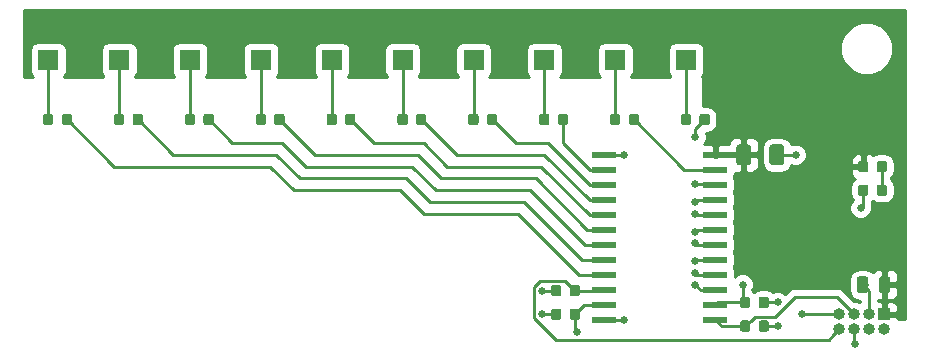
<source format=gtl>
G04 #@! TF.GenerationSoftware,KiCad,Pcbnew,5.0.1*
G04 #@! TF.CreationDate,2019-01-16T19:10:27-05:00*
G04 #@! TF.ProjectId,LED PCB,4C4544205043422E6B696361645F7063,rev?*
G04 #@! TF.SameCoordinates,Original*
G04 #@! TF.FileFunction,Copper,L1,Top,Signal*
G04 #@! TF.FilePolarity,Positive*
%FSLAX46Y46*%
G04 Gerber Fmt 4.6, Leading zero omitted, Abs format (unit mm)*
G04 Created by KiCad (PCBNEW 5.0.1) date Wed 16 Jan 2019 07:10:27 PM EST*
%MOMM*%
%LPD*%
G01*
G04 APERTURE LIST*
G04 #@! TA.AperFunction,SMDPad,CuDef*
%ADD10R,2.000000X0.600000*%
G04 #@! TD*
G04 #@! TA.AperFunction,Conductor*
%ADD11C,0.100000*%
G04 #@! TD*
G04 #@! TA.AperFunction,SMDPad,CuDef*
%ADD12C,0.875000*%
G04 #@! TD*
G04 #@! TA.AperFunction,SMDPad,CuDef*
%ADD13C,0.975000*%
G04 #@! TD*
G04 #@! TA.AperFunction,SMDPad,CuDef*
%ADD14C,1.250000*%
G04 #@! TD*
G04 #@! TA.AperFunction,ComponentPad*
%ADD15C,1.800000*%
G04 #@! TD*
G04 #@! TA.AperFunction,ComponentPad*
%ADD16R,1.800000X1.800000*%
G04 #@! TD*
G04 #@! TA.AperFunction,ComponentPad*
%ADD17R,1.000000X1.000000*%
G04 #@! TD*
G04 #@! TA.AperFunction,ComponentPad*
%ADD18O,1.000000X1.000000*%
G04 #@! TD*
G04 #@! TA.AperFunction,ViaPad*
%ADD19C,0.635000*%
G04 #@! TD*
G04 #@! TA.AperFunction,Conductor*
%ADD20C,0.250000*%
G04 #@! TD*
G04 #@! TA.AperFunction,Conductor*
%ADD21C,0.254000*%
G04 #@! TD*
G04 APERTURE END LIST*
D10*
G04 #@! TO.P,U1,1*
G04 #@! TO.N,GND*
X63800000Y-13015000D03*
G04 #@! TO.P,U1,2*
G04 #@! TO.N,Net-(R8-Pad2)*
X63800000Y-14285000D03*
G04 #@! TO.P,U1,3*
G04 #@! TO.N,Net-(R7-Pad2)*
X63800000Y-15555000D03*
G04 #@! TO.P,U1,4*
G04 #@! TO.N,Net-(R6-Pad2)*
X63800000Y-16825000D03*
G04 #@! TO.P,U1,5*
G04 #@! TO.N,Net-(R5-Pad2)*
X63800000Y-18095000D03*
G04 #@! TO.P,U1,6*
G04 #@! TO.N,Net-(R4-Pad2)*
X63800000Y-19365000D03*
G04 #@! TO.P,U1,7*
G04 #@! TO.N,Net-(R3-Pad2)*
X63800000Y-20635000D03*
G04 #@! TO.P,U1,8*
G04 #@! TO.N,Net-(R2-Pad2)*
X63800000Y-21905000D03*
G04 #@! TO.P,U1,9*
G04 #@! TO.N,Net-(R1-Pad2)*
X63800000Y-23175000D03*
G04 #@! TO.P,U1,10*
G04 #@! TO.N,S0*
X63800000Y-24445000D03*
G04 #@! TO.P,U1,11*
G04 #@! TO.N,S1*
X63800000Y-25715000D03*
G04 #@! TO.P,U1,12*
G04 #@! TO.N,GND*
X63800000Y-26985000D03*
G04 #@! TO.P,U1,13*
G04 #@! TO.N,S3*
X73200000Y-26985000D03*
G04 #@! TO.P,U1,14*
G04 #@! TO.N,S2*
X73200000Y-25715000D03*
G04 #@! TO.P,U1,15*
G04 #@! TO.N,GND*
X73200000Y-24445000D03*
G04 #@! TO.P,U1,16*
X73200000Y-23175000D03*
G04 #@! TO.P,U1,17*
X73200000Y-21905000D03*
G04 #@! TO.P,U1,18*
X73200000Y-20635000D03*
G04 #@! TO.P,U1,19*
X73200000Y-19365000D03*
G04 #@! TO.P,U1,20*
X73200000Y-18095000D03*
G04 #@! TO.P,U1,21*
X73200000Y-16825000D03*
G04 #@! TO.P,U1,22*
G04 #@! TO.N,Net-(R10-Pad2)*
X73200000Y-15555000D03*
G04 #@! TO.P,U1,23*
G04 #@! TO.N,Net-(R9-Pad2)*
X73200000Y-14285000D03*
G04 #@! TO.P,U1,24*
G04 #@! TO.N,+5V*
X73200000Y-13015000D03*
G04 #@! TD*
D11*
G04 #@! TO.N,S0*
G04 #@! TO.C,R15*
G36*
X61527691Y-24026053D02*
X61548926Y-24029203D01*
X61569750Y-24034419D01*
X61589962Y-24041651D01*
X61609368Y-24050830D01*
X61627781Y-24061866D01*
X61645024Y-24074654D01*
X61660930Y-24089070D01*
X61675346Y-24104976D01*
X61688134Y-24122219D01*
X61699170Y-24140632D01*
X61708349Y-24160038D01*
X61715581Y-24180250D01*
X61720797Y-24201074D01*
X61723947Y-24222309D01*
X61725000Y-24243750D01*
X61725000Y-24756250D01*
X61723947Y-24777691D01*
X61720797Y-24798926D01*
X61715581Y-24819750D01*
X61708349Y-24839962D01*
X61699170Y-24859368D01*
X61688134Y-24877781D01*
X61675346Y-24895024D01*
X61660930Y-24910930D01*
X61645024Y-24925346D01*
X61627781Y-24938134D01*
X61609368Y-24949170D01*
X61589962Y-24958349D01*
X61569750Y-24965581D01*
X61548926Y-24970797D01*
X61527691Y-24973947D01*
X61506250Y-24975000D01*
X61068750Y-24975000D01*
X61047309Y-24973947D01*
X61026074Y-24970797D01*
X61005250Y-24965581D01*
X60985038Y-24958349D01*
X60965632Y-24949170D01*
X60947219Y-24938134D01*
X60929976Y-24925346D01*
X60914070Y-24910930D01*
X60899654Y-24895024D01*
X60886866Y-24877781D01*
X60875830Y-24859368D01*
X60866651Y-24839962D01*
X60859419Y-24819750D01*
X60854203Y-24798926D01*
X60851053Y-24777691D01*
X60850000Y-24756250D01*
X60850000Y-24243750D01*
X60851053Y-24222309D01*
X60854203Y-24201074D01*
X60859419Y-24180250D01*
X60866651Y-24160038D01*
X60875830Y-24140632D01*
X60886866Y-24122219D01*
X60899654Y-24104976D01*
X60914070Y-24089070D01*
X60929976Y-24074654D01*
X60947219Y-24061866D01*
X60965632Y-24050830D01*
X60985038Y-24041651D01*
X61005250Y-24034419D01*
X61026074Y-24029203D01*
X61047309Y-24026053D01*
X61068750Y-24025000D01*
X61506250Y-24025000D01*
X61527691Y-24026053D01*
X61527691Y-24026053D01*
G37*
D12*
G04 #@! TD*
G04 #@! TO.P,R15,1*
G04 #@! TO.N,S0*
X61287500Y-24500000D03*
D11*
G04 #@! TO.N,GND*
G04 #@! TO.C,R15*
G36*
X59952691Y-24026053D02*
X59973926Y-24029203D01*
X59994750Y-24034419D01*
X60014962Y-24041651D01*
X60034368Y-24050830D01*
X60052781Y-24061866D01*
X60070024Y-24074654D01*
X60085930Y-24089070D01*
X60100346Y-24104976D01*
X60113134Y-24122219D01*
X60124170Y-24140632D01*
X60133349Y-24160038D01*
X60140581Y-24180250D01*
X60145797Y-24201074D01*
X60148947Y-24222309D01*
X60150000Y-24243750D01*
X60150000Y-24756250D01*
X60148947Y-24777691D01*
X60145797Y-24798926D01*
X60140581Y-24819750D01*
X60133349Y-24839962D01*
X60124170Y-24859368D01*
X60113134Y-24877781D01*
X60100346Y-24895024D01*
X60085930Y-24910930D01*
X60070024Y-24925346D01*
X60052781Y-24938134D01*
X60034368Y-24949170D01*
X60014962Y-24958349D01*
X59994750Y-24965581D01*
X59973926Y-24970797D01*
X59952691Y-24973947D01*
X59931250Y-24975000D01*
X59493750Y-24975000D01*
X59472309Y-24973947D01*
X59451074Y-24970797D01*
X59430250Y-24965581D01*
X59410038Y-24958349D01*
X59390632Y-24949170D01*
X59372219Y-24938134D01*
X59354976Y-24925346D01*
X59339070Y-24910930D01*
X59324654Y-24895024D01*
X59311866Y-24877781D01*
X59300830Y-24859368D01*
X59291651Y-24839962D01*
X59284419Y-24819750D01*
X59279203Y-24798926D01*
X59276053Y-24777691D01*
X59275000Y-24756250D01*
X59275000Y-24243750D01*
X59276053Y-24222309D01*
X59279203Y-24201074D01*
X59284419Y-24180250D01*
X59291651Y-24160038D01*
X59300830Y-24140632D01*
X59311866Y-24122219D01*
X59324654Y-24104976D01*
X59339070Y-24089070D01*
X59354976Y-24074654D01*
X59372219Y-24061866D01*
X59390632Y-24050830D01*
X59410038Y-24041651D01*
X59430250Y-24034419D01*
X59451074Y-24029203D01*
X59472309Y-24026053D01*
X59493750Y-24025000D01*
X59931250Y-24025000D01*
X59952691Y-24026053D01*
X59952691Y-24026053D01*
G37*
D12*
G04 #@! TD*
G04 #@! TO.P,R15,2*
G04 #@! TO.N,GND*
X59712500Y-24500000D03*
D11*
G04 #@! TO.N,Net-(R2-Pad2)*
G04 #@! TO.C,R2*
G36*
X24527691Y-9526053D02*
X24548926Y-9529203D01*
X24569750Y-9534419D01*
X24589962Y-9541651D01*
X24609368Y-9550830D01*
X24627781Y-9561866D01*
X24645024Y-9574654D01*
X24660930Y-9589070D01*
X24675346Y-9604976D01*
X24688134Y-9622219D01*
X24699170Y-9640632D01*
X24708349Y-9660038D01*
X24715581Y-9680250D01*
X24720797Y-9701074D01*
X24723947Y-9722309D01*
X24725000Y-9743750D01*
X24725000Y-10256250D01*
X24723947Y-10277691D01*
X24720797Y-10298926D01*
X24715581Y-10319750D01*
X24708349Y-10339962D01*
X24699170Y-10359368D01*
X24688134Y-10377781D01*
X24675346Y-10395024D01*
X24660930Y-10410930D01*
X24645024Y-10425346D01*
X24627781Y-10438134D01*
X24609368Y-10449170D01*
X24589962Y-10458349D01*
X24569750Y-10465581D01*
X24548926Y-10470797D01*
X24527691Y-10473947D01*
X24506250Y-10475000D01*
X24068750Y-10475000D01*
X24047309Y-10473947D01*
X24026074Y-10470797D01*
X24005250Y-10465581D01*
X23985038Y-10458349D01*
X23965632Y-10449170D01*
X23947219Y-10438134D01*
X23929976Y-10425346D01*
X23914070Y-10410930D01*
X23899654Y-10395024D01*
X23886866Y-10377781D01*
X23875830Y-10359368D01*
X23866651Y-10339962D01*
X23859419Y-10319750D01*
X23854203Y-10298926D01*
X23851053Y-10277691D01*
X23850000Y-10256250D01*
X23850000Y-9743750D01*
X23851053Y-9722309D01*
X23854203Y-9701074D01*
X23859419Y-9680250D01*
X23866651Y-9660038D01*
X23875830Y-9640632D01*
X23886866Y-9622219D01*
X23899654Y-9604976D01*
X23914070Y-9589070D01*
X23929976Y-9574654D01*
X23947219Y-9561866D01*
X23965632Y-9550830D01*
X23985038Y-9541651D01*
X24005250Y-9534419D01*
X24026074Y-9529203D01*
X24047309Y-9526053D01*
X24068750Y-9525000D01*
X24506250Y-9525000D01*
X24527691Y-9526053D01*
X24527691Y-9526053D01*
G37*
D12*
G04 #@! TD*
G04 #@! TO.P,R2,2*
G04 #@! TO.N,Net-(R2-Pad2)*
X24287500Y-10000000D03*
D11*
G04 #@! TO.N,Net-(D2-Pad1)*
G04 #@! TO.C,R2*
G36*
X22952691Y-9526053D02*
X22973926Y-9529203D01*
X22994750Y-9534419D01*
X23014962Y-9541651D01*
X23034368Y-9550830D01*
X23052781Y-9561866D01*
X23070024Y-9574654D01*
X23085930Y-9589070D01*
X23100346Y-9604976D01*
X23113134Y-9622219D01*
X23124170Y-9640632D01*
X23133349Y-9660038D01*
X23140581Y-9680250D01*
X23145797Y-9701074D01*
X23148947Y-9722309D01*
X23150000Y-9743750D01*
X23150000Y-10256250D01*
X23148947Y-10277691D01*
X23145797Y-10298926D01*
X23140581Y-10319750D01*
X23133349Y-10339962D01*
X23124170Y-10359368D01*
X23113134Y-10377781D01*
X23100346Y-10395024D01*
X23085930Y-10410930D01*
X23070024Y-10425346D01*
X23052781Y-10438134D01*
X23034368Y-10449170D01*
X23014962Y-10458349D01*
X22994750Y-10465581D01*
X22973926Y-10470797D01*
X22952691Y-10473947D01*
X22931250Y-10475000D01*
X22493750Y-10475000D01*
X22472309Y-10473947D01*
X22451074Y-10470797D01*
X22430250Y-10465581D01*
X22410038Y-10458349D01*
X22390632Y-10449170D01*
X22372219Y-10438134D01*
X22354976Y-10425346D01*
X22339070Y-10410930D01*
X22324654Y-10395024D01*
X22311866Y-10377781D01*
X22300830Y-10359368D01*
X22291651Y-10339962D01*
X22284419Y-10319750D01*
X22279203Y-10298926D01*
X22276053Y-10277691D01*
X22275000Y-10256250D01*
X22275000Y-9743750D01*
X22276053Y-9722309D01*
X22279203Y-9701074D01*
X22284419Y-9680250D01*
X22291651Y-9660038D01*
X22300830Y-9640632D01*
X22311866Y-9622219D01*
X22324654Y-9604976D01*
X22339070Y-9589070D01*
X22354976Y-9574654D01*
X22372219Y-9561866D01*
X22390632Y-9550830D01*
X22410038Y-9541651D01*
X22430250Y-9534419D01*
X22451074Y-9529203D01*
X22472309Y-9526053D01*
X22493750Y-9525000D01*
X22931250Y-9525000D01*
X22952691Y-9526053D01*
X22952691Y-9526053D01*
G37*
D12*
G04 #@! TD*
G04 #@! TO.P,R2,1*
G04 #@! TO.N,Net-(D2-Pad1)*
X22712500Y-10000000D03*
D11*
G04 #@! TO.N,Net-(D1-Pad1)*
G04 #@! TO.C,R1*
G36*
X16952691Y-9526053D02*
X16973926Y-9529203D01*
X16994750Y-9534419D01*
X17014962Y-9541651D01*
X17034368Y-9550830D01*
X17052781Y-9561866D01*
X17070024Y-9574654D01*
X17085930Y-9589070D01*
X17100346Y-9604976D01*
X17113134Y-9622219D01*
X17124170Y-9640632D01*
X17133349Y-9660038D01*
X17140581Y-9680250D01*
X17145797Y-9701074D01*
X17148947Y-9722309D01*
X17150000Y-9743750D01*
X17150000Y-10256250D01*
X17148947Y-10277691D01*
X17145797Y-10298926D01*
X17140581Y-10319750D01*
X17133349Y-10339962D01*
X17124170Y-10359368D01*
X17113134Y-10377781D01*
X17100346Y-10395024D01*
X17085930Y-10410930D01*
X17070024Y-10425346D01*
X17052781Y-10438134D01*
X17034368Y-10449170D01*
X17014962Y-10458349D01*
X16994750Y-10465581D01*
X16973926Y-10470797D01*
X16952691Y-10473947D01*
X16931250Y-10475000D01*
X16493750Y-10475000D01*
X16472309Y-10473947D01*
X16451074Y-10470797D01*
X16430250Y-10465581D01*
X16410038Y-10458349D01*
X16390632Y-10449170D01*
X16372219Y-10438134D01*
X16354976Y-10425346D01*
X16339070Y-10410930D01*
X16324654Y-10395024D01*
X16311866Y-10377781D01*
X16300830Y-10359368D01*
X16291651Y-10339962D01*
X16284419Y-10319750D01*
X16279203Y-10298926D01*
X16276053Y-10277691D01*
X16275000Y-10256250D01*
X16275000Y-9743750D01*
X16276053Y-9722309D01*
X16279203Y-9701074D01*
X16284419Y-9680250D01*
X16291651Y-9660038D01*
X16300830Y-9640632D01*
X16311866Y-9622219D01*
X16324654Y-9604976D01*
X16339070Y-9589070D01*
X16354976Y-9574654D01*
X16372219Y-9561866D01*
X16390632Y-9550830D01*
X16410038Y-9541651D01*
X16430250Y-9534419D01*
X16451074Y-9529203D01*
X16472309Y-9526053D01*
X16493750Y-9525000D01*
X16931250Y-9525000D01*
X16952691Y-9526053D01*
X16952691Y-9526053D01*
G37*
D12*
G04 #@! TD*
G04 #@! TO.P,R1,1*
G04 #@! TO.N,Net-(D1-Pad1)*
X16712500Y-10000000D03*
D11*
G04 #@! TO.N,Net-(R1-Pad2)*
G04 #@! TO.C,R1*
G36*
X18527691Y-9526053D02*
X18548926Y-9529203D01*
X18569750Y-9534419D01*
X18589962Y-9541651D01*
X18609368Y-9550830D01*
X18627781Y-9561866D01*
X18645024Y-9574654D01*
X18660930Y-9589070D01*
X18675346Y-9604976D01*
X18688134Y-9622219D01*
X18699170Y-9640632D01*
X18708349Y-9660038D01*
X18715581Y-9680250D01*
X18720797Y-9701074D01*
X18723947Y-9722309D01*
X18725000Y-9743750D01*
X18725000Y-10256250D01*
X18723947Y-10277691D01*
X18720797Y-10298926D01*
X18715581Y-10319750D01*
X18708349Y-10339962D01*
X18699170Y-10359368D01*
X18688134Y-10377781D01*
X18675346Y-10395024D01*
X18660930Y-10410930D01*
X18645024Y-10425346D01*
X18627781Y-10438134D01*
X18609368Y-10449170D01*
X18589962Y-10458349D01*
X18569750Y-10465581D01*
X18548926Y-10470797D01*
X18527691Y-10473947D01*
X18506250Y-10475000D01*
X18068750Y-10475000D01*
X18047309Y-10473947D01*
X18026074Y-10470797D01*
X18005250Y-10465581D01*
X17985038Y-10458349D01*
X17965632Y-10449170D01*
X17947219Y-10438134D01*
X17929976Y-10425346D01*
X17914070Y-10410930D01*
X17899654Y-10395024D01*
X17886866Y-10377781D01*
X17875830Y-10359368D01*
X17866651Y-10339962D01*
X17859419Y-10319750D01*
X17854203Y-10298926D01*
X17851053Y-10277691D01*
X17850000Y-10256250D01*
X17850000Y-9743750D01*
X17851053Y-9722309D01*
X17854203Y-9701074D01*
X17859419Y-9680250D01*
X17866651Y-9660038D01*
X17875830Y-9640632D01*
X17886866Y-9622219D01*
X17899654Y-9604976D01*
X17914070Y-9589070D01*
X17929976Y-9574654D01*
X17947219Y-9561866D01*
X17965632Y-9550830D01*
X17985038Y-9541651D01*
X18005250Y-9534419D01*
X18026074Y-9529203D01*
X18047309Y-9526053D01*
X18068750Y-9525000D01*
X18506250Y-9525000D01*
X18527691Y-9526053D01*
X18527691Y-9526053D01*
G37*
D12*
G04 #@! TD*
G04 #@! TO.P,R1,2*
G04 #@! TO.N,Net-(R1-Pad2)*
X18287500Y-10000000D03*
D11*
G04 #@! TO.N,Net-(R3-Pad2)*
G04 #@! TO.C,R3*
G36*
X30527691Y-9526053D02*
X30548926Y-9529203D01*
X30569750Y-9534419D01*
X30589962Y-9541651D01*
X30609368Y-9550830D01*
X30627781Y-9561866D01*
X30645024Y-9574654D01*
X30660930Y-9589070D01*
X30675346Y-9604976D01*
X30688134Y-9622219D01*
X30699170Y-9640632D01*
X30708349Y-9660038D01*
X30715581Y-9680250D01*
X30720797Y-9701074D01*
X30723947Y-9722309D01*
X30725000Y-9743750D01*
X30725000Y-10256250D01*
X30723947Y-10277691D01*
X30720797Y-10298926D01*
X30715581Y-10319750D01*
X30708349Y-10339962D01*
X30699170Y-10359368D01*
X30688134Y-10377781D01*
X30675346Y-10395024D01*
X30660930Y-10410930D01*
X30645024Y-10425346D01*
X30627781Y-10438134D01*
X30609368Y-10449170D01*
X30589962Y-10458349D01*
X30569750Y-10465581D01*
X30548926Y-10470797D01*
X30527691Y-10473947D01*
X30506250Y-10475000D01*
X30068750Y-10475000D01*
X30047309Y-10473947D01*
X30026074Y-10470797D01*
X30005250Y-10465581D01*
X29985038Y-10458349D01*
X29965632Y-10449170D01*
X29947219Y-10438134D01*
X29929976Y-10425346D01*
X29914070Y-10410930D01*
X29899654Y-10395024D01*
X29886866Y-10377781D01*
X29875830Y-10359368D01*
X29866651Y-10339962D01*
X29859419Y-10319750D01*
X29854203Y-10298926D01*
X29851053Y-10277691D01*
X29850000Y-10256250D01*
X29850000Y-9743750D01*
X29851053Y-9722309D01*
X29854203Y-9701074D01*
X29859419Y-9680250D01*
X29866651Y-9660038D01*
X29875830Y-9640632D01*
X29886866Y-9622219D01*
X29899654Y-9604976D01*
X29914070Y-9589070D01*
X29929976Y-9574654D01*
X29947219Y-9561866D01*
X29965632Y-9550830D01*
X29985038Y-9541651D01*
X30005250Y-9534419D01*
X30026074Y-9529203D01*
X30047309Y-9526053D01*
X30068750Y-9525000D01*
X30506250Y-9525000D01*
X30527691Y-9526053D01*
X30527691Y-9526053D01*
G37*
D12*
G04 #@! TD*
G04 #@! TO.P,R3,2*
G04 #@! TO.N,Net-(R3-Pad2)*
X30287500Y-10000000D03*
D11*
G04 #@! TO.N,Net-(D3-Pad1)*
G04 #@! TO.C,R3*
G36*
X28952691Y-9526053D02*
X28973926Y-9529203D01*
X28994750Y-9534419D01*
X29014962Y-9541651D01*
X29034368Y-9550830D01*
X29052781Y-9561866D01*
X29070024Y-9574654D01*
X29085930Y-9589070D01*
X29100346Y-9604976D01*
X29113134Y-9622219D01*
X29124170Y-9640632D01*
X29133349Y-9660038D01*
X29140581Y-9680250D01*
X29145797Y-9701074D01*
X29148947Y-9722309D01*
X29150000Y-9743750D01*
X29150000Y-10256250D01*
X29148947Y-10277691D01*
X29145797Y-10298926D01*
X29140581Y-10319750D01*
X29133349Y-10339962D01*
X29124170Y-10359368D01*
X29113134Y-10377781D01*
X29100346Y-10395024D01*
X29085930Y-10410930D01*
X29070024Y-10425346D01*
X29052781Y-10438134D01*
X29034368Y-10449170D01*
X29014962Y-10458349D01*
X28994750Y-10465581D01*
X28973926Y-10470797D01*
X28952691Y-10473947D01*
X28931250Y-10475000D01*
X28493750Y-10475000D01*
X28472309Y-10473947D01*
X28451074Y-10470797D01*
X28430250Y-10465581D01*
X28410038Y-10458349D01*
X28390632Y-10449170D01*
X28372219Y-10438134D01*
X28354976Y-10425346D01*
X28339070Y-10410930D01*
X28324654Y-10395024D01*
X28311866Y-10377781D01*
X28300830Y-10359368D01*
X28291651Y-10339962D01*
X28284419Y-10319750D01*
X28279203Y-10298926D01*
X28276053Y-10277691D01*
X28275000Y-10256250D01*
X28275000Y-9743750D01*
X28276053Y-9722309D01*
X28279203Y-9701074D01*
X28284419Y-9680250D01*
X28291651Y-9660038D01*
X28300830Y-9640632D01*
X28311866Y-9622219D01*
X28324654Y-9604976D01*
X28339070Y-9589070D01*
X28354976Y-9574654D01*
X28372219Y-9561866D01*
X28390632Y-9550830D01*
X28410038Y-9541651D01*
X28430250Y-9534419D01*
X28451074Y-9529203D01*
X28472309Y-9526053D01*
X28493750Y-9525000D01*
X28931250Y-9525000D01*
X28952691Y-9526053D01*
X28952691Y-9526053D01*
G37*
D12*
G04 #@! TD*
G04 #@! TO.P,R3,1*
G04 #@! TO.N,Net-(D3-Pad1)*
X28712500Y-10000000D03*
D11*
G04 #@! TO.N,Net-(D4-Pad1)*
G04 #@! TO.C,R4*
G36*
X34952691Y-9526053D02*
X34973926Y-9529203D01*
X34994750Y-9534419D01*
X35014962Y-9541651D01*
X35034368Y-9550830D01*
X35052781Y-9561866D01*
X35070024Y-9574654D01*
X35085930Y-9589070D01*
X35100346Y-9604976D01*
X35113134Y-9622219D01*
X35124170Y-9640632D01*
X35133349Y-9660038D01*
X35140581Y-9680250D01*
X35145797Y-9701074D01*
X35148947Y-9722309D01*
X35150000Y-9743750D01*
X35150000Y-10256250D01*
X35148947Y-10277691D01*
X35145797Y-10298926D01*
X35140581Y-10319750D01*
X35133349Y-10339962D01*
X35124170Y-10359368D01*
X35113134Y-10377781D01*
X35100346Y-10395024D01*
X35085930Y-10410930D01*
X35070024Y-10425346D01*
X35052781Y-10438134D01*
X35034368Y-10449170D01*
X35014962Y-10458349D01*
X34994750Y-10465581D01*
X34973926Y-10470797D01*
X34952691Y-10473947D01*
X34931250Y-10475000D01*
X34493750Y-10475000D01*
X34472309Y-10473947D01*
X34451074Y-10470797D01*
X34430250Y-10465581D01*
X34410038Y-10458349D01*
X34390632Y-10449170D01*
X34372219Y-10438134D01*
X34354976Y-10425346D01*
X34339070Y-10410930D01*
X34324654Y-10395024D01*
X34311866Y-10377781D01*
X34300830Y-10359368D01*
X34291651Y-10339962D01*
X34284419Y-10319750D01*
X34279203Y-10298926D01*
X34276053Y-10277691D01*
X34275000Y-10256250D01*
X34275000Y-9743750D01*
X34276053Y-9722309D01*
X34279203Y-9701074D01*
X34284419Y-9680250D01*
X34291651Y-9660038D01*
X34300830Y-9640632D01*
X34311866Y-9622219D01*
X34324654Y-9604976D01*
X34339070Y-9589070D01*
X34354976Y-9574654D01*
X34372219Y-9561866D01*
X34390632Y-9550830D01*
X34410038Y-9541651D01*
X34430250Y-9534419D01*
X34451074Y-9529203D01*
X34472309Y-9526053D01*
X34493750Y-9525000D01*
X34931250Y-9525000D01*
X34952691Y-9526053D01*
X34952691Y-9526053D01*
G37*
D12*
G04 #@! TD*
G04 #@! TO.P,R4,1*
G04 #@! TO.N,Net-(D4-Pad1)*
X34712500Y-10000000D03*
D11*
G04 #@! TO.N,Net-(R4-Pad2)*
G04 #@! TO.C,R4*
G36*
X36527691Y-9526053D02*
X36548926Y-9529203D01*
X36569750Y-9534419D01*
X36589962Y-9541651D01*
X36609368Y-9550830D01*
X36627781Y-9561866D01*
X36645024Y-9574654D01*
X36660930Y-9589070D01*
X36675346Y-9604976D01*
X36688134Y-9622219D01*
X36699170Y-9640632D01*
X36708349Y-9660038D01*
X36715581Y-9680250D01*
X36720797Y-9701074D01*
X36723947Y-9722309D01*
X36725000Y-9743750D01*
X36725000Y-10256250D01*
X36723947Y-10277691D01*
X36720797Y-10298926D01*
X36715581Y-10319750D01*
X36708349Y-10339962D01*
X36699170Y-10359368D01*
X36688134Y-10377781D01*
X36675346Y-10395024D01*
X36660930Y-10410930D01*
X36645024Y-10425346D01*
X36627781Y-10438134D01*
X36609368Y-10449170D01*
X36589962Y-10458349D01*
X36569750Y-10465581D01*
X36548926Y-10470797D01*
X36527691Y-10473947D01*
X36506250Y-10475000D01*
X36068750Y-10475000D01*
X36047309Y-10473947D01*
X36026074Y-10470797D01*
X36005250Y-10465581D01*
X35985038Y-10458349D01*
X35965632Y-10449170D01*
X35947219Y-10438134D01*
X35929976Y-10425346D01*
X35914070Y-10410930D01*
X35899654Y-10395024D01*
X35886866Y-10377781D01*
X35875830Y-10359368D01*
X35866651Y-10339962D01*
X35859419Y-10319750D01*
X35854203Y-10298926D01*
X35851053Y-10277691D01*
X35850000Y-10256250D01*
X35850000Y-9743750D01*
X35851053Y-9722309D01*
X35854203Y-9701074D01*
X35859419Y-9680250D01*
X35866651Y-9660038D01*
X35875830Y-9640632D01*
X35886866Y-9622219D01*
X35899654Y-9604976D01*
X35914070Y-9589070D01*
X35929976Y-9574654D01*
X35947219Y-9561866D01*
X35965632Y-9550830D01*
X35985038Y-9541651D01*
X36005250Y-9534419D01*
X36026074Y-9529203D01*
X36047309Y-9526053D01*
X36068750Y-9525000D01*
X36506250Y-9525000D01*
X36527691Y-9526053D01*
X36527691Y-9526053D01*
G37*
D12*
G04 #@! TD*
G04 #@! TO.P,R4,2*
G04 #@! TO.N,Net-(R4-Pad2)*
X36287500Y-10000000D03*
D11*
G04 #@! TO.N,Net-(R5-Pad2)*
G04 #@! TO.C,R5*
G36*
X42527691Y-9526053D02*
X42548926Y-9529203D01*
X42569750Y-9534419D01*
X42589962Y-9541651D01*
X42609368Y-9550830D01*
X42627781Y-9561866D01*
X42645024Y-9574654D01*
X42660930Y-9589070D01*
X42675346Y-9604976D01*
X42688134Y-9622219D01*
X42699170Y-9640632D01*
X42708349Y-9660038D01*
X42715581Y-9680250D01*
X42720797Y-9701074D01*
X42723947Y-9722309D01*
X42725000Y-9743750D01*
X42725000Y-10256250D01*
X42723947Y-10277691D01*
X42720797Y-10298926D01*
X42715581Y-10319750D01*
X42708349Y-10339962D01*
X42699170Y-10359368D01*
X42688134Y-10377781D01*
X42675346Y-10395024D01*
X42660930Y-10410930D01*
X42645024Y-10425346D01*
X42627781Y-10438134D01*
X42609368Y-10449170D01*
X42589962Y-10458349D01*
X42569750Y-10465581D01*
X42548926Y-10470797D01*
X42527691Y-10473947D01*
X42506250Y-10475000D01*
X42068750Y-10475000D01*
X42047309Y-10473947D01*
X42026074Y-10470797D01*
X42005250Y-10465581D01*
X41985038Y-10458349D01*
X41965632Y-10449170D01*
X41947219Y-10438134D01*
X41929976Y-10425346D01*
X41914070Y-10410930D01*
X41899654Y-10395024D01*
X41886866Y-10377781D01*
X41875830Y-10359368D01*
X41866651Y-10339962D01*
X41859419Y-10319750D01*
X41854203Y-10298926D01*
X41851053Y-10277691D01*
X41850000Y-10256250D01*
X41850000Y-9743750D01*
X41851053Y-9722309D01*
X41854203Y-9701074D01*
X41859419Y-9680250D01*
X41866651Y-9660038D01*
X41875830Y-9640632D01*
X41886866Y-9622219D01*
X41899654Y-9604976D01*
X41914070Y-9589070D01*
X41929976Y-9574654D01*
X41947219Y-9561866D01*
X41965632Y-9550830D01*
X41985038Y-9541651D01*
X42005250Y-9534419D01*
X42026074Y-9529203D01*
X42047309Y-9526053D01*
X42068750Y-9525000D01*
X42506250Y-9525000D01*
X42527691Y-9526053D01*
X42527691Y-9526053D01*
G37*
D12*
G04 #@! TD*
G04 #@! TO.P,R5,2*
G04 #@! TO.N,Net-(R5-Pad2)*
X42287500Y-10000000D03*
D11*
G04 #@! TO.N,Net-(D5-Pad1)*
G04 #@! TO.C,R5*
G36*
X40952691Y-9526053D02*
X40973926Y-9529203D01*
X40994750Y-9534419D01*
X41014962Y-9541651D01*
X41034368Y-9550830D01*
X41052781Y-9561866D01*
X41070024Y-9574654D01*
X41085930Y-9589070D01*
X41100346Y-9604976D01*
X41113134Y-9622219D01*
X41124170Y-9640632D01*
X41133349Y-9660038D01*
X41140581Y-9680250D01*
X41145797Y-9701074D01*
X41148947Y-9722309D01*
X41150000Y-9743750D01*
X41150000Y-10256250D01*
X41148947Y-10277691D01*
X41145797Y-10298926D01*
X41140581Y-10319750D01*
X41133349Y-10339962D01*
X41124170Y-10359368D01*
X41113134Y-10377781D01*
X41100346Y-10395024D01*
X41085930Y-10410930D01*
X41070024Y-10425346D01*
X41052781Y-10438134D01*
X41034368Y-10449170D01*
X41014962Y-10458349D01*
X40994750Y-10465581D01*
X40973926Y-10470797D01*
X40952691Y-10473947D01*
X40931250Y-10475000D01*
X40493750Y-10475000D01*
X40472309Y-10473947D01*
X40451074Y-10470797D01*
X40430250Y-10465581D01*
X40410038Y-10458349D01*
X40390632Y-10449170D01*
X40372219Y-10438134D01*
X40354976Y-10425346D01*
X40339070Y-10410930D01*
X40324654Y-10395024D01*
X40311866Y-10377781D01*
X40300830Y-10359368D01*
X40291651Y-10339962D01*
X40284419Y-10319750D01*
X40279203Y-10298926D01*
X40276053Y-10277691D01*
X40275000Y-10256250D01*
X40275000Y-9743750D01*
X40276053Y-9722309D01*
X40279203Y-9701074D01*
X40284419Y-9680250D01*
X40291651Y-9660038D01*
X40300830Y-9640632D01*
X40311866Y-9622219D01*
X40324654Y-9604976D01*
X40339070Y-9589070D01*
X40354976Y-9574654D01*
X40372219Y-9561866D01*
X40390632Y-9550830D01*
X40410038Y-9541651D01*
X40430250Y-9534419D01*
X40451074Y-9529203D01*
X40472309Y-9526053D01*
X40493750Y-9525000D01*
X40931250Y-9525000D01*
X40952691Y-9526053D01*
X40952691Y-9526053D01*
G37*
D12*
G04 #@! TD*
G04 #@! TO.P,R5,1*
G04 #@! TO.N,Net-(D5-Pad1)*
X40712500Y-10000000D03*
D11*
G04 #@! TO.N,Net-(D6-Pad1)*
G04 #@! TO.C,R6*
G36*
X46952691Y-9526053D02*
X46973926Y-9529203D01*
X46994750Y-9534419D01*
X47014962Y-9541651D01*
X47034368Y-9550830D01*
X47052781Y-9561866D01*
X47070024Y-9574654D01*
X47085930Y-9589070D01*
X47100346Y-9604976D01*
X47113134Y-9622219D01*
X47124170Y-9640632D01*
X47133349Y-9660038D01*
X47140581Y-9680250D01*
X47145797Y-9701074D01*
X47148947Y-9722309D01*
X47150000Y-9743750D01*
X47150000Y-10256250D01*
X47148947Y-10277691D01*
X47145797Y-10298926D01*
X47140581Y-10319750D01*
X47133349Y-10339962D01*
X47124170Y-10359368D01*
X47113134Y-10377781D01*
X47100346Y-10395024D01*
X47085930Y-10410930D01*
X47070024Y-10425346D01*
X47052781Y-10438134D01*
X47034368Y-10449170D01*
X47014962Y-10458349D01*
X46994750Y-10465581D01*
X46973926Y-10470797D01*
X46952691Y-10473947D01*
X46931250Y-10475000D01*
X46493750Y-10475000D01*
X46472309Y-10473947D01*
X46451074Y-10470797D01*
X46430250Y-10465581D01*
X46410038Y-10458349D01*
X46390632Y-10449170D01*
X46372219Y-10438134D01*
X46354976Y-10425346D01*
X46339070Y-10410930D01*
X46324654Y-10395024D01*
X46311866Y-10377781D01*
X46300830Y-10359368D01*
X46291651Y-10339962D01*
X46284419Y-10319750D01*
X46279203Y-10298926D01*
X46276053Y-10277691D01*
X46275000Y-10256250D01*
X46275000Y-9743750D01*
X46276053Y-9722309D01*
X46279203Y-9701074D01*
X46284419Y-9680250D01*
X46291651Y-9660038D01*
X46300830Y-9640632D01*
X46311866Y-9622219D01*
X46324654Y-9604976D01*
X46339070Y-9589070D01*
X46354976Y-9574654D01*
X46372219Y-9561866D01*
X46390632Y-9550830D01*
X46410038Y-9541651D01*
X46430250Y-9534419D01*
X46451074Y-9529203D01*
X46472309Y-9526053D01*
X46493750Y-9525000D01*
X46931250Y-9525000D01*
X46952691Y-9526053D01*
X46952691Y-9526053D01*
G37*
D12*
G04 #@! TD*
G04 #@! TO.P,R6,1*
G04 #@! TO.N,Net-(D6-Pad1)*
X46712500Y-10000000D03*
D11*
G04 #@! TO.N,Net-(R6-Pad2)*
G04 #@! TO.C,R6*
G36*
X48527691Y-9526053D02*
X48548926Y-9529203D01*
X48569750Y-9534419D01*
X48589962Y-9541651D01*
X48609368Y-9550830D01*
X48627781Y-9561866D01*
X48645024Y-9574654D01*
X48660930Y-9589070D01*
X48675346Y-9604976D01*
X48688134Y-9622219D01*
X48699170Y-9640632D01*
X48708349Y-9660038D01*
X48715581Y-9680250D01*
X48720797Y-9701074D01*
X48723947Y-9722309D01*
X48725000Y-9743750D01*
X48725000Y-10256250D01*
X48723947Y-10277691D01*
X48720797Y-10298926D01*
X48715581Y-10319750D01*
X48708349Y-10339962D01*
X48699170Y-10359368D01*
X48688134Y-10377781D01*
X48675346Y-10395024D01*
X48660930Y-10410930D01*
X48645024Y-10425346D01*
X48627781Y-10438134D01*
X48609368Y-10449170D01*
X48589962Y-10458349D01*
X48569750Y-10465581D01*
X48548926Y-10470797D01*
X48527691Y-10473947D01*
X48506250Y-10475000D01*
X48068750Y-10475000D01*
X48047309Y-10473947D01*
X48026074Y-10470797D01*
X48005250Y-10465581D01*
X47985038Y-10458349D01*
X47965632Y-10449170D01*
X47947219Y-10438134D01*
X47929976Y-10425346D01*
X47914070Y-10410930D01*
X47899654Y-10395024D01*
X47886866Y-10377781D01*
X47875830Y-10359368D01*
X47866651Y-10339962D01*
X47859419Y-10319750D01*
X47854203Y-10298926D01*
X47851053Y-10277691D01*
X47850000Y-10256250D01*
X47850000Y-9743750D01*
X47851053Y-9722309D01*
X47854203Y-9701074D01*
X47859419Y-9680250D01*
X47866651Y-9660038D01*
X47875830Y-9640632D01*
X47886866Y-9622219D01*
X47899654Y-9604976D01*
X47914070Y-9589070D01*
X47929976Y-9574654D01*
X47947219Y-9561866D01*
X47965632Y-9550830D01*
X47985038Y-9541651D01*
X48005250Y-9534419D01*
X48026074Y-9529203D01*
X48047309Y-9526053D01*
X48068750Y-9525000D01*
X48506250Y-9525000D01*
X48527691Y-9526053D01*
X48527691Y-9526053D01*
G37*
D12*
G04 #@! TD*
G04 #@! TO.P,R6,2*
G04 #@! TO.N,Net-(R6-Pad2)*
X48287500Y-10000000D03*
D11*
G04 #@! TO.N,Net-(R7-Pad2)*
G04 #@! TO.C,R7*
G36*
X54527691Y-9526053D02*
X54548926Y-9529203D01*
X54569750Y-9534419D01*
X54589962Y-9541651D01*
X54609368Y-9550830D01*
X54627781Y-9561866D01*
X54645024Y-9574654D01*
X54660930Y-9589070D01*
X54675346Y-9604976D01*
X54688134Y-9622219D01*
X54699170Y-9640632D01*
X54708349Y-9660038D01*
X54715581Y-9680250D01*
X54720797Y-9701074D01*
X54723947Y-9722309D01*
X54725000Y-9743750D01*
X54725000Y-10256250D01*
X54723947Y-10277691D01*
X54720797Y-10298926D01*
X54715581Y-10319750D01*
X54708349Y-10339962D01*
X54699170Y-10359368D01*
X54688134Y-10377781D01*
X54675346Y-10395024D01*
X54660930Y-10410930D01*
X54645024Y-10425346D01*
X54627781Y-10438134D01*
X54609368Y-10449170D01*
X54589962Y-10458349D01*
X54569750Y-10465581D01*
X54548926Y-10470797D01*
X54527691Y-10473947D01*
X54506250Y-10475000D01*
X54068750Y-10475000D01*
X54047309Y-10473947D01*
X54026074Y-10470797D01*
X54005250Y-10465581D01*
X53985038Y-10458349D01*
X53965632Y-10449170D01*
X53947219Y-10438134D01*
X53929976Y-10425346D01*
X53914070Y-10410930D01*
X53899654Y-10395024D01*
X53886866Y-10377781D01*
X53875830Y-10359368D01*
X53866651Y-10339962D01*
X53859419Y-10319750D01*
X53854203Y-10298926D01*
X53851053Y-10277691D01*
X53850000Y-10256250D01*
X53850000Y-9743750D01*
X53851053Y-9722309D01*
X53854203Y-9701074D01*
X53859419Y-9680250D01*
X53866651Y-9660038D01*
X53875830Y-9640632D01*
X53886866Y-9622219D01*
X53899654Y-9604976D01*
X53914070Y-9589070D01*
X53929976Y-9574654D01*
X53947219Y-9561866D01*
X53965632Y-9550830D01*
X53985038Y-9541651D01*
X54005250Y-9534419D01*
X54026074Y-9529203D01*
X54047309Y-9526053D01*
X54068750Y-9525000D01*
X54506250Y-9525000D01*
X54527691Y-9526053D01*
X54527691Y-9526053D01*
G37*
D12*
G04 #@! TD*
G04 #@! TO.P,R7,2*
G04 #@! TO.N,Net-(R7-Pad2)*
X54287500Y-10000000D03*
D11*
G04 #@! TO.N,Net-(D7-Pad1)*
G04 #@! TO.C,R7*
G36*
X52952691Y-9526053D02*
X52973926Y-9529203D01*
X52994750Y-9534419D01*
X53014962Y-9541651D01*
X53034368Y-9550830D01*
X53052781Y-9561866D01*
X53070024Y-9574654D01*
X53085930Y-9589070D01*
X53100346Y-9604976D01*
X53113134Y-9622219D01*
X53124170Y-9640632D01*
X53133349Y-9660038D01*
X53140581Y-9680250D01*
X53145797Y-9701074D01*
X53148947Y-9722309D01*
X53150000Y-9743750D01*
X53150000Y-10256250D01*
X53148947Y-10277691D01*
X53145797Y-10298926D01*
X53140581Y-10319750D01*
X53133349Y-10339962D01*
X53124170Y-10359368D01*
X53113134Y-10377781D01*
X53100346Y-10395024D01*
X53085930Y-10410930D01*
X53070024Y-10425346D01*
X53052781Y-10438134D01*
X53034368Y-10449170D01*
X53014962Y-10458349D01*
X52994750Y-10465581D01*
X52973926Y-10470797D01*
X52952691Y-10473947D01*
X52931250Y-10475000D01*
X52493750Y-10475000D01*
X52472309Y-10473947D01*
X52451074Y-10470797D01*
X52430250Y-10465581D01*
X52410038Y-10458349D01*
X52390632Y-10449170D01*
X52372219Y-10438134D01*
X52354976Y-10425346D01*
X52339070Y-10410930D01*
X52324654Y-10395024D01*
X52311866Y-10377781D01*
X52300830Y-10359368D01*
X52291651Y-10339962D01*
X52284419Y-10319750D01*
X52279203Y-10298926D01*
X52276053Y-10277691D01*
X52275000Y-10256250D01*
X52275000Y-9743750D01*
X52276053Y-9722309D01*
X52279203Y-9701074D01*
X52284419Y-9680250D01*
X52291651Y-9660038D01*
X52300830Y-9640632D01*
X52311866Y-9622219D01*
X52324654Y-9604976D01*
X52339070Y-9589070D01*
X52354976Y-9574654D01*
X52372219Y-9561866D01*
X52390632Y-9550830D01*
X52410038Y-9541651D01*
X52430250Y-9534419D01*
X52451074Y-9529203D01*
X52472309Y-9526053D01*
X52493750Y-9525000D01*
X52931250Y-9525000D01*
X52952691Y-9526053D01*
X52952691Y-9526053D01*
G37*
D12*
G04 #@! TD*
G04 #@! TO.P,R7,1*
G04 #@! TO.N,Net-(D7-Pad1)*
X52712500Y-10000000D03*
D11*
G04 #@! TO.N,Net-(D8-Pad1)*
G04 #@! TO.C,R8*
G36*
X58952691Y-9526053D02*
X58973926Y-9529203D01*
X58994750Y-9534419D01*
X59014962Y-9541651D01*
X59034368Y-9550830D01*
X59052781Y-9561866D01*
X59070024Y-9574654D01*
X59085930Y-9589070D01*
X59100346Y-9604976D01*
X59113134Y-9622219D01*
X59124170Y-9640632D01*
X59133349Y-9660038D01*
X59140581Y-9680250D01*
X59145797Y-9701074D01*
X59148947Y-9722309D01*
X59150000Y-9743750D01*
X59150000Y-10256250D01*
X59148947Y-10277691D01*
X59145797Y-10298926D01*
X59140581Y-10319750D01*
X59133349Y-10339962D01*
X59124170Y-10359368D01*
X59113134Y-10377781D01*
X59100346Y-10395024D01*
X59085930Y-10410930D01*
X59070024Y-10425346D01*
X59052781Y-10438134D01*
X59034368Y-10449170D01*
X59014962Y-10458349D01*
X58994750Y-10465581D01*
X58973926Y-10470797D01*
X58952691Y-10473947D01*
X58931250Y-10475000D01*
X58493750Y-10475000D01*
X58472309Y-10473947D01*
X58451074Y-10470797D01*
X58430250Y-10465581D01*
X58410038Y-10458349D01*
X58390632Y-10449170D01*
X58372219Y-10438134D01*
X58354976Y-10425346D01*
X58339070Y-10410930D01*
X58324654Y-10395024D01*
X58311866Y-10377781D01*
X58300830Y-10359368D01*
X58291651Y-10339962D01*
X58284419Y-10319750D01*
X58279203Y-10298926D01*
X58276053Y-10277691D01*
X58275000Y-10256250D01*
X58275000Y-9743750D01*
X58276053Y-9722309D01*
X58279203Y-9701074D01*
X58284419Y-9680250D01*
X58291651Y-9660038D01*
X58300830Y-9640632D01*
X58311866Y-9622219D01*
X58324654Y-9604976D01*
X58339070Y-9589070D01*
X58354976Y-9574654D01*
X58372219Y-9561866D01*
X58390632Y-9550830D01*
X58410038Y-9541651D01*
X58430250Y-9534419D01*
X58451074Y-9529203D01*
X58472309Y-9526053D01*
X58493750Y-9525000D01*
X58931250Y-9525000D01*
X58952691Y-9526053D01*
X58952691Y-9526053D01*
G37*
D12*
G04 #@! TD*
G04 #@! TO.P,R8,1*
G04 #@! TO.N,Net-(D8-Pad1)*
X58712500Y-10000000D03*
D11*
G04 #@! TO.N,Net-(R8-Pad2)*
G04 #@! TO.C,R8*
G36*
X60527691Y-9526053D02*
X60548926Y-9529203D01*
X60569750Y-9534419D01*
X60589962Y-9541651D01*
X60609368Y-9550830D01*
X60627781Y-9561866D01*
X60645024Y-9574654D01*
X60660930Y-9589070D01*
X60675346Y-9604976D01*
X60688134Y-9622219D01*
X60699170Y-9640632D01*
X60708349Y-9660038D01*
X60715581Y-9680250D01*
X60720797Y-9701074D01*
X60723947Y-9722309D01*
X60725000Y-9743750D01*
X60725000Y-10256250D01*
X60723947Y-10277691D01*
X60720797Y-10298926D01*
X60715581Y-10319750D01*
X60708349Y-10339962D01*
X60699170Y-10359368D01*
X60688134Y-10377781D01*
X60675346Y-10395024D01*
X60660930Y-10410930D01*
X60645024Y-10425346D01*
X60627781Y-10438134D01*
X60609368Y-10449170D01*
X60589962Y-10458349D01*
X60569750Y-10465581D01*
X60548926Y-10470797D01*
X60527691Y-10473947D01*
X60506250Y-10475000D01*
X60068750Y-10475000D01*
X60047309Y-10473947D01*
X60026074Y-10470797D01*
X60005250Y-10465581D01*
X59985038Y-10458349D01*
X59965632Y-10449170D01*
X59947219Y-10438134D01*
X59929976Y-10425346D01*
X59914070Y-10410930D01*
X59899654Y-10395024D01*
X59886866Y-10377781D01*
X59875830Y-10359368D01*
X59866651Y-10339962D01*
X59859419Y-10319750D01*
X59854203Y-10298926D01*
X59851053Y-10277691D01*
X59850000Y-10256250D01*
X59850000Y-9743750D01*
X59851053Y-9722309D01*
X59854203Y-9701074D01*
X59859419Y-9680250D01*
X59866651Y-9660038D01*
X59875830Y-9640632D01*
X59886866Y-9622219D01*
X59899654Y-9604976D01*
X59914070Y-9589070D01*
X59929976Y-9574654D01*
X59947219Y-9561866D01*
X59965632Y-9550830D01*
X59985038Y-9541651D01*
X60005250Y-9534419D01*
X60026074Y-9529203D01*
X60047309Y-9526053D01*
X60068750Y-9525000D01*
X60506250Y-9525000D01*
X60527691Y-9526053D01*
X60527691Y-9526053D01*
G37*
D12*
G04 #@! TD*
G04 #@! TO.P,R8,2*
G04 #@! TO.N,Net-(R8-Pad2)*
X60287500Y-10000000D03*
D11*
G04 #@! TO.N,Net-(R9-Pad2)*
G04 #@! TO.C,R9*
G36*
X66527691Y-9526053D02*
X66548926Y-9529203D01*
X66569750Y-9534419D01*
X66589962Y-9541651D01*
X66609368Y-9550830D01*
X66627781Y-9561866D01*
X66645024Y-9574654D01*
X66660930Y-9589070D01*
X66675346Y-9604976D01*
X66688134Y-9622219D01*
X66699170Y-9640632D01*
X66708349Y-9660038D01*
X66715581Y-9680250D01*
X66720797Y-9701074D01*
X66723947Y-9722309D01*
X66725000Y-9743750D01*
X66725000Y-10256250D01*
X66723947Y-10277691D01*
X66720797Y-10298926D01*
X66715581Y-10319750D01*
X66708349Y-10339962D01*
X66699170Y-10359368D01*
X66688134Y-10377781D01*
X66675346Y-10395024D01*
X66660930Y-10410930D01*
X66645024Y-10425346D01*
X66627781Y-10438134D01*
X66609368Y-10449170D01*
X66589962Y-10458349D01*
X66569750Y-10465581D01*
X66548926Y-10470797D01*
X66527691Y-10473947D01*
X66506250Y-10475000D01*
X66068750Y-10475000D01*
X66047309Y-10473947D01*
X66026074Y-10470797D01*
X66005250Y-10465581D01*
X65985038Y-10458349D01*
X65965632Y-10449170D01*
X65947219Y-10438134D01*
X65929976Y-10425346D01*
X65914070Y-10410930D01*
X65899654Y-10395024D01*
X65886866Y-10377781D01*
X65875830Y-10359368D01*
X65866651Y-10339962D01*
X65859419Y-10319750D01*
X65854203Y-10298926D01*
X65851053Y-10277691D01*
X65850000Y-10256250D01*
X65850000Y-9743750D01*
X65851053Y-9722309D01*
X65854203Y-9701074D01*
X65859419Y-9680250D01*
X65866651Y-9660038D01*
X65875830Y-9640632D01*
X65886866Y-9622219D01*
X65899654Y-9604976D01*
X65914070Y-9589070D01*
X65929976Y-9574654D01*
X65947219Y-9561866D01*
X65965632Y-9550830D01*
X65985038Y-9541651D01*
X66005250Y-9534419D01*
X66026074Y-9529203D01*
X66047309Y-9526053D01*
X66068750Y-9525000D01*
X66506250Y-9525000D01*
X66527691Y-9526053D01*
X66527691Y-9526053D01*
G37*
D12*
G04 #@! TD*
G04 #@! TO.P,R9,2*
G04 #@! TO.N,Net-(R9-Pad2)*
X66287500Y-10000000D03*
D11*
G04 #@! TO.N,Net-(D9-Pad1)*
G04 #@! TO.C,R9*
G36*
X64952691Y-9526053D02*
X64973926Y-9529203D01*
X64994750Y-9534419D01*
X65014962Y-9541651D01*
X65034368Y-9550830D01*
X65052781Y-9561866D01*
X65070024Y-9574654D01*
X65085930Y-9589070D01*
X65100346Y-9604976D01*
X65113134Y-9622219D01*
X65124170Y-9640632D01*
X65133349Y-9660038D01*
X65140581Y-9680250D01*
X65145797Y-9701074D01*
X65148947Y-9722309D01*
X65150000Y-9743750D01*
X65150000Y-10256250D01*
X65148947Y-10277691D01*
X65145797Y-10298926D01*
X65140581Y-10319750D01*
X65133349Y-10339962D01*
X65124170Y-10359368D01*
X65113134Y-10377781D01*
X65100346Y-10395024D01*
X65085930Y-10410930D01*
X65070024Y-10425346D01*
X65052781Y-10438134D01*
X65034368Y-10449170D01*
X65014962Y-10458349D01*
X64994750Y-10465581D01*
X64973926Y-10470797D01*
X64952691Y-10473947D01*
X64931250Y-10475000D01*
X64493750Y-10475000D01*
X64472309Y-10473947D01*
X64451074Y-10470797D01*
X64430250Y-10465581D01*
X64410038Y-10458349D01*
X64390632Y-10449170D01*
X64372219Y-10438134D01*
X64354976Y-10425346D01*
X64339070Y-10410930D01*
X64324654Y-10395024D01*
X64311866Y-10377781D01*
X64300830Y-10359368D01*
X64291651Y-10339962D01*
X64284419Y-10319750D01*
X64279203Y-10298926D01*
X64276053Y-10277691D01*
X64275000Y-10256250D01*
X64275000Y-9743750D01*
X64276053Y-9722309D01*
X64279203Y-9701074D01*
X64284419Y-9680250D01*
X64291651Y-9660038D01*
X64300830Y-9640632D01*
X64311866Y-9622219D01*
X64324654Y-9604976D01*
X64339070Y-9589070D01*
X64354976Y-9574654D01*
X64372219Y-9561866D01*
X64390632Y-9550830D01*
X64410038Y-9541651D01*
X64430250Y-9534419D01*
X64451074Y-9529203D01*
X64472309Y-9526053D01*
X64493750Y-9525000D01*
X64931250Y-9525000D01*
X64952691Y-9526053D01*
X64952691Y-9526053D01*
G37*
D12*
G04 #@! TD*
G04 #@! TO.P,R9,1*
G04 #@! TO.N,Net-(D9-Pad1)*
X64712500Y-10000000D03*
D11*
G04 #@! TO.N,Net-(D10-Pad1)*
G04 #@! TO.C,R10*
G36*
X70952691Y-9526053D02*
X70973926Y-9529203D01*
X70994750Y-9534419D01*
X71014962Y-9541651D01*
X71034368Y-9550830D01*
X71052781Y-9561866D01*
X71070024Y-9574654D01*
X71085930Y-9589070D01*
X71100346Y-9604976D01*
X71113134Y-9622219D01*
X71124170Y-9640632D01*
X71133349Y-9660038D01*
X71140581Y-9680250D01*
X71145797Y-9701074D01*
X71148947Y-9722309D01*
X71150000Y-9743750D01*
X71150000Y-10256250D01*
X71148947Y-10277691D01*
X71145797Y-10298926D01*
X71140581Y-10319750D01*
X71133349Y-10339962D01*
X71124170Y-10359368D01*
X71113134Y-10377781D01*
X71100346Y-10395024D01*
X71085930Y-10410930D01*
X71070024Y-10425346D01*
X71052781Y-10438134D01*
X71034368Y-10449170D01*
X71014962Y-10458349D01*
X70994750Y-10465581D01*
X70973926Y-10470797D01*
X70952691Y-10473947D01*
X70931250Y-10475000D01*
X70493750Y-10475000D01*
X70472309Y-10473947D01*
X70451074Y-10470797D01*
X70430250Y-10465581D01*
X70410038Y-10458349D01*
X70390632Y-10449170D01*
X70372219Y-10438134D01*
X70354976Y-10425346D01*
X70339070Y-10410930D01*
X70324654Y-10395024D01*
X70311866Y-10377781D01*
X70300830Y-10359368D01*
X70291651Y-10339962D01*
X70284419Y-10319750D01*
X70279203Y-10298926D01*
X70276053Y-10277691D01*
X70275000Y-10256250D01*
X70275000Y-9743750D01*
X70276053Y-9722309D01*
X70279203Y-9701074D01*
X70284419Y-9680250D01*
X70291651Y-9660038D01*
X70300830Y-9640632D01*
X70311866Y-9622219D01*
X70324654Y-9604976D01*
X70339070Y-9589070D01*
X70354976Y-9574654D01*
X70372219Y-9561866D01*
X70390632Y-9550830D01*
X70410038Y-9541651D01*
X70430250Y-9534419D01*
X70451074Y-9529203D01*
X70472309Y-9526053D01*
X70493750Y-9525000D01*
X70931250Y-9525000D01*
X70952691Y-9526053D01*
X70952691Y-9526053D01*
G37*
D12*
G04 #@! TD*
G04 #@! TO.P,R10,1*
G04 #@! TO.N,Net-(D10-Pad1)*
X70712500Y-10000000D03*
D11*
G04 #@! TO.N,Net-(R10-Pad2)*
G04 #@! TO.C,R10*
G36*
X72527691Y-9526053D02*
X72548926Y-9529203D01*
X72569750Y-9534419D01*
X72589962Y-9541651D01*
X72609368Y-9550830D01*
X72627781Y-9561866D01*
X72645024Y-9574654D01*
X72660930Y-9589070D01*
X72675346Y-9604976D01*
X72688134Y-9622219D01*
X72699170Y-9640632D01*
X72708349Y-9660038D01*
X72715581Y-9680250D01*
X72720797Y-9701074D01*
X72723947Y-9722309D01*
X72725000Y-9743750D01*
X72725000Y-10256250D01*
X72723947Y-10277691D01*
X72720797Y-10298926D01*
X72715581Y-10319750D01*
X72708349Y-10339962D01*
X72699170Y-10359368D01*
X72688134Y-10377781D01*
X72675346Y-10395024D01*
X72660930Y-10410930D01*
X72645024Y-10425346D01*
X72627781Y-10438134D01*
X72609368Y-10449170D01*
X72589962Y-10458349D01*
X72569750Y-10465581D01*
X72548926Y-10470797D01*
X72527691Y-10473947D01*
X72506250Y-10475000D01*
X72068750Y-10475000D01*
X72047309Y-10473947D01*
X72026074Y-10470797D01*
X72005250Y-10465581D01*
X71985038Y-10458349D01*
X71965632Y-10449170D01*
X71947219Y-10438134D01*
X71929976Y-10425346D01*
X71914070Y-10410930D01*
X71899654Y-10395024D01*
X71886866Y-10377781D01*
X71875830Y-10359368D01*
X71866651Y-10339962D01*
X71859419Y-10319750D01*
X71854203Y-10298926D01*
X71851053Y-10277691D01*
X71850000Y-10256250D01*
X71850000Y-9743750D01*
X71851053Y-9722309D01*
X71854203Y-9701074D01*
X71859419Y-9680250D01*
X71866651Y-9660038D01*
X71875830Y-9640632D01*
X71886866Y-9622219D01*
X71899654Y-9604976D01*
X71914070Y-9589070D01*
X71929976Y-9574654D01*
X71947219Y-9561866D01*
X71965632Y-9550830D01*
X71985038Y-9541651D01*
X72005250Y-9534419D01*
X72026074Y-9529203D01*
X72047309Y-9526053D01*
X72068750Y-9525000D01*
X72506250Y-9525000D01*
X72527691Y-9526053D01*
X72527691Y-9526053D01*
G37*
D12*
G04 #@! TD*
G04 #@! TO.P,R10,2*
G04 #@! TO.N,Net-(R10-Pad2)*
X72287500Y-10000000D03*
D11*
G04 #@! TO.N,GND*
G04 #@! TO.C,R11*
G36*
X85952691Y-15526053D02*
X85973926Y-15529203D01*
X85994750Y-15534419D01*
X86014962Y-15541651D01*
X86034368Y-15550830D01*
X86052781Y-15561866D01*
X86070024Y-15574654D01*
X86085930Y-15589070D01*
X86100346Y-15604976D01*
X86113134Y-15622219D01*
X86124170Y-15640632D01*
X86133349Y-15660038D01*
X86140581Y-15680250D01*
X86145797Y-15701074D01*
X86148947Y-15722309D01*
X86150000Y-15743750D01*
X86150000Y-16256250D01*
X86148947Y-16277691D01*
X86145797Y-16298926D01*
X86140581Y-16319750D01*
X86133349Y-16339962D01*
X86124170Y-16359368D01*
X86113134Y-16377781D01*
X86100346Y-16395024D01*
X86085930Y-16410930D01*
X86070024Y-16425346D01*
X86052781Y-16438134D01*
X86034368Y-16449170D01*
X86014962Y-16458349D01*
X85994750Y-16465581D01*
X85973926Y-16470797D01*
X85952691Y-16473947D01*
X85931250Y-16475000D01*
X85493750Y-16475000D01*
X85472309Y-16473947D01*
X85451074Y-16470797D01*
X85430250Y-16465581D01*
X85410038Y-16458349D01*
X85390632Y-16449170D01*
X85372219Y-16438134D01*
X85354976Y-16425346D01*
X85339070Y-16410930D01*
X85324654Y-16395024D01*
X85311866Y-16377781D01*
X85300830Y-16359368D01*
X85291651Y-16339962D01*
X85284419Y-16319750D01*
X85279203Y-16298926D01*
X85276053Y-16277691D01*
X85275000Y-16256250D01*
X85275000Y-15743750D01*
X85276053Y-15722309D01*
X85279203Y-15701074D01*
X85284419Y-15680250D01*
X85291651Y-15660038D01*
X85300830Y-15640632D01*
X85311866Y-15622219D01*
X85324654Y-15604976D01*
X85339070Y-15589070D01*
X85354976Y-15574654D01*
X85372219Y-15561866D01*
X85390632Y-15550830D01*
X85410038Y-15541651D01*
X85430250Y-15534419D01*
X85451074Y-15529203D01*
X85472309Y-15526053D01*
X85493750Y-15525000D01*
X85931250Y-15525000D01*
X85952691Y-15526053D01*
X85952691Y-15526053D01*
G37*
D12*
G04 #@! TD*
G04 #@! TO.P,R11,2*
G04 #@! TO.N,GND*
X85712500Y-16000000D03*
D11*
G04 #@! TO.N,Net-(D11-Pad1)*
G04 #@! TO.C,R11*
G36*
X87527691Y-15526053D02*
X87548926Y-15529203D01*
X87569750Y-15534419D01*
X87589962Y-15541651D01*
X87609368Y-15550830D01*
X87627781Y-15561866D01*
X87645024Y-15574654D01*
X87660930Y-15589070D01*
X87675346Y-15604976D01*
X87688134Y-15622219D01*
X87699170Y-15640632D01*
X87708349Y-15660038D01*
X87715581Y-15680250D01*
X87720797Y-15701074D01*
X87723947Y-15722309D01*
X87725000Y-15743750D01*
X87725000Y-16256250D01*
X87723947Y-16277691D01*
X87720797Y-16298926D01*
X87715581Y-16319750D01*
X87708349Y-16339962D01*
X87699170Y-16359368D01*
X87688134Y-16377781D01*
X87675346Y-16395024D01*
X87660930Y-16410930D01*
X87645024Y-16425346D01*
X87627781Y-16438134D01*
X87609368Y-16449170D01*
X87589962Y-16458349D01*
X87569750Y-16465581D01*
X87548926Y-16470797D01*
X87527691Y-16473947D01*
X87506250Y-16475000D01*
X87068750Y-16475000D01*
X87047309Y-16473947D01*
X87026074Y-16470797D01*
X87005250Y-16465581D01*
X86985038Y-16458349D01*
X86965632Y-16449170D01*
X86947219Y-16438134D01*
X86929976Y-16425346D01*
X86914070Y-16410930D01*
X86899654Y-16395024D01*
X86886866Y-16377781D01*
X86875830Y-16359368D01*
X86866651Y-16339962D01*
X86859419Y-16319750D01*
X86854203Y-16298926D01*
X86851053Y-16277691D01*
X86850000Y-16256250D01*
X86850000Y-15743750D01*
X86851053Y-15722309D01*
X86854203Y-15701074D01*
X86859419Y-15680250D01*
X86866651Y-15660038D01*
X86875830Y-15640632D01*
X86886866Y-15622219D01*
X86899654Y-15604976D01*
X86914070Y-15589070D01*
X86929976Y-15574654D01*
X86947219Y-15561866D01*
X86965632Y-15550830D01*
X86985038Y-15541651D01*
X87005250Y-15534419D01*
X87026074Y-15529203D01*
X87047309Y-15526053D01*
X87068750Y-15525000D01*
X87506250Y-15525000D01*
X87527691Y-15526053D01*
X87527691Y-15526053D01*
G37*
D12*
G04 #@! TD*
G04 #@! TO.P,R11,1*
G04 #@! TO.N,Net-(D11-Pad1)*
X87287500Y-16000000D03*
D11*
G04 #@! TO.N,S3*
G04 #@! TO.C,R12*
G36*
X75952691Y-27026053D02*
X75973926Y-27029203D01*
X75994750Y-27034419D01*
X76014962Y-27041651D01*
X76034368Y-27050830D01*
X76052781Y-27061866D01*
X76070024Y-27074654D01*
X76085930Y-27089070D01*
X76100346Y-27104976D01*
X76113134Y-27122219D01*
X76124170Y-27140632D01*
X76133349Y-27160038D01*
X76140581Y-27180250D01*
X76145797Y-27201074D01*
X76148947Y-27222309D01*
X76150000Y-27243750D01*
X76150000Y-27756250D01*
X76148947Y-27777691D01*
X76145797Y-27798926D01*
X76140581Y-27819750D01*
X76133349Y-27839962D01*
X76124170Y-27859368D01*
X76113134Y-27877781D01*
X76100346Y-27895024D01*
X76085930Y-27910930D01*
X76070024Y-27925346D01*
X76052781Y-27938134D01*
X76034368Y-27949170D01*
X76014962Y-27958349D01*
X75994750Y-27965581D01*
X75973926Y-27970797D01*
X75952691Y-27973947D01*
X75931250Y-27975000D01*
X75493750Y-27975000D01*
X75472309Y-27973947D01*
X75451074Y-27970797D01*
X75430250Y-27965581D01*
X75410038Y-27958349D01*
X75390632Y-27949170D01*
X75372219Y-27938134D01*
X75354976Y-27925346D01*
X75339070Y-27910930D01*
X75324654Y-27895024D01*
X75311866Y-27877781D01*
X75300830Y-27859368D01*
X75291651Y-27839962D01*
X75284419Y-27819750D01*
X75279203Y-27798926D01*
X75276053Y-27777691D01*
X75275000Y-27756250D01*
X75275000Y-27243750D01*
X75276053Y-27222309D01*
X75279203Y-27201074D01*
X75284419Y-27180250D01*
X75291651Y-27160038D01*
X75300830Y-27140632D01*
X75311866Y-27122219D01*
X75324654Y-27104976D01*
X75339070Y-27089070D01*
X75354976Y-27074654D01*
X75372219Y-27061866D01*
X75390632Y-27050830D01*
X75410038Y-27041651D01*
X75430250Y-27034419D01*
X75451074Y-27029203D01*
X75472309Y-27026053D01*
X75493750Y-27025000D01*
X75931250Y-27025000D01*
X75952691Y-27026053D01*
X75952691Y-27026053D01*
G37*
D12*
G04 #@! TD*
G04 #@! TO.P,R12,1*
G04 #@! TO.N,S3*
X75712500Y-27500000D03*
D11*
G04 #@! TO.N,GND*
G04 #@! TO.C,R12*
G36*
X77527691Y-27026053D02*
X77548926Y-27029203D01*
X77569750Y-27034419D01*
X77589962Y-27041651D01*
X77609368Y-27050830D01*
X77627781Y-27061866D01*
X77645024Y-27074654D01*
X77660930Y-27089070D01*
X77675346Y-27104976D01*
X77688134Y-27122219D01*
X77699170Y-27140632D01*
X77708349Y-27160038D01*
X77715581Y-27180250D01*
X77720797Y-27201074D01*
X77723947Y-27222309D01*
X77725000Y-27243750D01*
X77725000Y-27756250D01*
X77723947Y-27777691D01*
X77720797Y-27798926D01*
X77715581Y-27819750D01*
X77708349Y-27839962D01*
X77699170Y-27859368D01*
X77688134Y-27877781D01*
X77675346Y-27895024D01*
X77660930Y-27910930D01*
X77645024Y-27925346D01*
X77627781Y-27938134D01*
X77609368Y-27949170D01*
X77589962Y-27958349D01*
X77569750Y-27965581D01*
X77548926Y-27970797D01*
X77527691Y-27973947D01*
X77506250Y-27975000D01*
X77068750Y-27975000D01*
X77047309Y-27973947D01*
X77026074Y-27970797D01*
X77005250Y-27965581D01*
X76985038Y-27958349D01*
X76965632Y-27949170D01*
X76947219Y-27938134D01*
X76929976Y-27925346D01*
X76914070Y-27910930D01*
X76899654Y-27895024D01*
X76886866Y-27877781D01*
X76875830Y-27859368D01*
X76866651Y-27839962D01*
X76859419Y-27819750D01*
X76854203Y-27798926D01*
X76851053Y-27777691D01*
X76850000Y-27756250D01*
X76850000Y-27243750D01*
X76851053Y-27222309D01*
X76854203Y-27201074D01*
X76859419Y-27180250D01*
X76866651Y-27160038D01*
X76875830Y-27140632D01*
X76886866Y-27122219D01*
X76899654Y-27104976D01*
X76914070Y-27089070D01*
X76929976Y-27074654D01*
X76947219Y-27061866D01*
X76965632Y-27050830D01*
X76985038Y-27041651D01*
X77005250Y-27034419D01*
X77026074Y-27029203D01*
X77047309Y-27026053D01*
X77068750Y-27025000D01*
X77506250Y-27025000D01*
X77527691Y-27026053D01*
X77527691Y-27026053D01*
G37*
D12*
G04 #@! TD*
G04 #@! TO.P,R12,2*
G04 #@! TO.N,GND*
X77287500Y-27500000D03*
D11*
G04 #@! TO.N,GND*
G04 #@! TO.C,R13*
G36*
X77527691Y-25026053D02*
X77548926Y-25029203D01*
X77569750Y-25034419D01*
X77589962Y-25041651D01*
X77609368Y-25050830D01*
X77627781Y-25061866D01*
X77645024Y-25074654D01*
X77660930Y-25089070D01*
X77675346Y-25104976D01*
X77688134Y-25122219D01*
X77699170Y-25140632D01*
X77708349Y-25160038D01*
X77715581Y-25180250D01*
X77720797Y-25201074D01*
X77723947Y-25222309D01*
X77725000Y-25243750D01*
X77725000Y-25756250D01*
X77723947Y-25777691D01*
X77720797Y-25798926D01*
X77715581Y-25819750D01*
X77708349Y-25839962D01*
X77699170Y-25859368D01*
X77688134Y-25877781D01*
X77675346Y-25895024D01*
X77660930Y-25910930D01*
X77645024Y-25925346D01*
X77627781Y-25938134D01*
X77609368Y-25949170D01*
X77589962Y-25958349D01*
X77569750Y-25965581D01*
X77548926Y-25970797D01*
X77527691Y-25973947D01*
X77506250Y-25975000D01*
X77068750Y-25975000D01*
X77047309Y-25973947D01*
X77026074Y-25970797D01*
X77005250Y-25965581D01*
X76985038Y-25958349D01*
X76965632Y-25949170D01*
X76947219Y-25938134D01*
X76929976Y-25925346D01*
X76914070Y-25910930D01*
X76899654Y-25895024D01*
X76886866Y-25877781D01*
X76875830Y-25859368D01*
X76866651Y-25839962D01*
X76859419Y-25819750D01*
X76854203Y-25798926D01*
X76851053Y-25777691D01*
X76850000Y-25756250D01*
X76850000Y-25243750D01*
X76851053Y-25222309D01*
X76854203Y-25201074D01*
X76859419Y-25180250D01*
X76866651Y-25160038D01*
X76875830Y-25140632D01*
X76886866Y-25122219D01*
X76899654Y-25104976D01*
X76914070Y-25089070D01*
X76929976Y-25074654D01*
X76947219Y-25061866D01*
X76965632Y-25050830D01*
X76985038Y-25041651D01*
X77005250Y-25034419D01*
X77026074Y-25029203D01*
X77047309Y-25026053D01*
X77068750Y-25025000D01*
X77506250Y-25025000D01*
X77527691Y-25026053D01*
X77527691Y-25026053D01*
G37*
D12*
G04 #@! TD*
G04 #@! TO.P,R13,2*
G04 #@! TO.N,GND*
X77287500Y-25500000D03*
D11*
G04 #@! TO.N,S2*
G04 #@! TO.C,R13*
G36*
X75952691Y-25026053D02*
X75973926Y-25029203D01*
X75994750Y-25034419D01*
X76014962Y-25041651D01*
X76034368Y-25050830D01*
X76052781Y-25061866D01*
X76070024Y-25074654D01*
X76085930Y-25089070D01*
X76100346Y-25104976D01*
X76113134Y-25122219D01*
X76124170Y-25140632D01*
X76133349Y-25160038D01*
X76140581Y-25180250D01*
X76145797Y-25201074D01*
X76148947Y-25222309D01*
X76150000Y-25243750D01*
X76150000Y-25756250D01*
X76148947Y-25777691D01*
X76145797Y-25798926D01*
X76140581Y-25819750D01*
X76133349Y-25839962D01*
X76124170Y-25859368D01*
X76113134Y-25877781D01*
X76100346Y-25895024D01*
X76085930Y-25910930D01*
X76070024Y-25925346D01*
X76052781Y-25938134D01*
X76034368Y-25949170D01*
X76014962Y-25958349D01*
X75994750Y-25965581D01*
X75973926Y-25970797D01*
X75952691Y-25973947D01*
X75931250Y-25975000D01*
X75493750Y-25975000D01*
X75472309Y-25973947D01*
X75451074Y-25970797D01*
X75430250Y-25965581D01*
X75410038Y-25958349D01*
X75390632Y-25949170D01*
X75372219Y-25938134D01*
X75354976Y-25925346D01*
X75339070Y-25910930D01*
X75324654Y-25895024D01*
X75311866Y-25877781D01*
X75300830Y-25859368D01*
X75291651Y-25839962D01*
X75284419Y-25819750D01*
X75279203Y-25798926D01*
X75276053Y-25777691D01*
X75275000Y-25756250D01*
X75275000Y-25243750D01*
X75276053Y-25222309D01*
X75279203Y-25201074D01*
X75284419Y-25180250D01*
X75291651Y-25160038D01*
X75300830Y-25140632D01*
X75311866Y-25122219D01*
X75324654Y-25104976D01*
X75339070Y-25089070D01*
X75354976Y-25074654D01*
X75372219Y-25061866D01*
X75390632Y-25050830D01*
X75410038Y-25041651D01*
X75430250Y-25034419D01*
X75451074Y-25029203D01*
X75472309Y-25026053D01*
X75493750Y-25025000D01*
X75931250Y-25025000D01*
X75952691Y-25026053D01*
X75952691Y-25026053D01*
G37*
D12*
G04 #@! TD*
G04 #@! TO.P,R13,1*
G04 #@! TO.N,S2*
X75712500Y-25500000D03*
D11*
G04 #@! TO.N,S1*
G04 #@! TO.C,R14*
G36*
X61527691Y-26026053D02*
X61548926Y-26029203D01*
X61569750Y-26034419D01*
X61589962Y-26041651D01*
X61609368Y-26050830D01*
X61627781Y-26061866D01*
X61645024Y-26074654D01*
X61660930Y-26089070D01*
X61675346Y-26104976D01*
X61688134Y-26122219D01*
X61699170Y-26140632D01*
X61708349Y-26160038D01*
X61715581Y-26180250D01*
X61720797Y-26201074D01*
X61723947Y-26222309D01*
X61725000Y-26243750D01*
X61725000Y-26756250D01*
X61723947Y-26777691D01*
X61720797Y-26798926D01*
X61715581Y-26819750D01*
X61708349Y-26839962D01*
X61699170Y-26859368D01*
X61688134Y-26877781D01*
X61675346Y-26895024D01*
X61660930Y-26910930D01*
X61645024Y-26925346D01*
X61627781Y-26938134D01*
X61609368Y-26949170D01*
X61589962Y-26958349D01*
X61569750Y-26965581D01*
X61548926Y-26970797D01*
X61527691Y-26973947D01*
X61506250Y-26975000D01*
X61068750Y-26975000D01*
X61047309Y-26973947D01*
X61026074Y-26970797D01*
X61005250Y-26965581D01*
X60985038Y-26958349D01*
X60965632Y-26949170D01*
X60947219Y-26938134D01*
X60929976Y-26925346D01*
X60914070Y-26910930D01*
X60899654Y-26895024D01*
X60886866Y-26877781D01*
X60875830Y-26859368D01*
X60866651Y-26839962D01*
X60859419Y-26819750D01*
X60854203Y-26798926D01*
X60851053Y-26777691D01*
X60850000Y-26756250D01*
X60850000Y-26243750D01*
X60851053Y-26222309D01*
X60854203Y-26201074D01*
X60859419Y-26180250D01*
X60866651Y-26160038D01*
X60875830Y-26140632D01*
X60886866Y-26122219D01*
X60899654Y-26104976D01*
X60914070Y-26089070D01*
X60929976Y-26074654D01*
X60947219Y-26061866D01*
X60965632Y-26050830D01*
X60985038Y-26041651D01*
X61005250Y-26034419D01*
X61026074Y-26029203D01*
X61047309Y-26026053D01*
X61068750Y-26025000D01*
X61506250Y-26025000D01*
X61527691Y-26026053D01*
X61527691Y-26026053D01*
G37*
D12*
G04 #@! TD*
G04 #@! TO.P,R14,1*
G04 #@! TO.N,S1*
X61287500Y-26500000D03*
D11*
G04 #@! TO.N,GND*
G04 #@! TO.C,R14*
G36*
X59952691Y-26026053D02*
X59973926Y-26029203D01*
X59994750Y-26034419D01*
X60014962Y-26041651D01*
X60034368Y-26050830D01*
X60052781Y-26061866D01*
X60070024Y-26074654D01*
X60085930Y-26089070D01*
X60100346Y-26104976D01*
X60113134Y-26122219D01*
X60124170Y-26140632D01*
X60133349Y-26160038D01*
X60140581Y-26180250D01*
X60145797Y-26201074D01*
X60148947Y-26222309D01*
X60150000Y-26243750D01*
X60150000Y-26756250D01*
X60148947Y-26777691D01*
X60145797Y-26798926D01*
X60140581Y-26819750D01*
X60133349Y-26839962D01*
X60124170Y-26859368D01*
X60113134Y-26877781D01*
X60100346Y-26895024D01*
X60085930Y-26910930D01*
X60070024Y-26925346D01*
X60052781Y-26938134D01*
X60034368Y-26949170D01*
X60014962Y-26958349D01*
X59994750Y-26965581D01*
X59973926Y-26970797D01*
X59952691Y-26973947D01*
X59931250Y-26975000D01*
X59493750Y-26975000D01*
X59472309Y-26973947D01*
X59451074Y-26970797D01*
X59430250Y-26965581D01*
X59410038Y-26958349D01*
X59390632Y-26949170D01*
X59372219Y-26938134D01*
X59354976Y-26925346D01*
X59339070Y-26910930D01*
X59324654Y-26895024D01*
X59311866Y-26877781D01*
X59300830Y-26859368D01*
X59291651Y-26839962D01*
X59284419Y-26819750D01*
X59279203Y-26798926D01*
X59276053Y-26777691D01*
X59275000Y-26756250D01*
X59275000Y-26243750D01*
X59276053Y-26222309D01*
X59279203Y-26201074D01*
X59284419Y-26180250D01*
X59291651Y-26160038D01*
X59300830Y-26140632D01*
X59311866Y-26122219D01*
X59324654Y-26104976D01*
X59339070Y-26089070D01*
X59354976Y-26074654D01*
X59372219Y-26061866D01*
X59390632Y-26050830D01*
X59410038Y-26041651D01*
X59430250Y-26034419D01*
X59451074Y-26029203D01*
X59472309Y-26026053D01*
X59493750Y-26025000D01*
X59931250Y-26025000D01*
X59952691Y-26026053D01*
X59952691Y-26026053D01*
G37*
D12*
G04 #@! TD*
G04 #@! TO.P,R14,2*
G04 #@! TO.N,GND*
X59712500Y-26500000D03*
D11*
G04 #@! TO.N,+5V*
G04 #@! TO.C,C1*
G36*
X87800142Y-23301174D02*
X87823803Y-23304684D01*
X87847007Y-23310496D01*
X87869529Y-23318554D01*
X87891153Y-23328782D01*
X87911670Y-23341079D01*
X87930883Y-23355329D01*
X87948607Y-23371393D01*
X87964671Y-23389117D01*
X87978921Y-23408330D01*
X87991218Y-23428847D01*
X88001446Y-23450471D01*
X88009504Y-23472993D01*
X88015316Y-23496197D01*
X88018826Y-23519858D01*
X88020000Y-23543750D01*
X88020000Y-24456250D01*
X88018826Y-24480142D01*
X88015316Y-24503803D01*
X88009504Y-24527007D01*
X88001446Y-24549529D01*
X87991218Y-24571153D01*
X87978921Y-24591670D01*
X87964671Y-24610883D01*
X87948607Y-24628607D01*
X87930883Y-24644671D01*
X87911670Y-24658921D01*
X87891153Y-24671218D01*
X87869529Y-24681446D01*
X87847007Y-24689504D01*
X87823803Y-24695316D01*
X87800142Y-24698826D01*
X87776250Y-24700000D01*
X87288750Y-24700000D01*
X87264858Y-24698826D01*
X87241197Y-24695316D01*
X87217993Y-24689504D01*
X87195471Y-24681446D01*
X87173847Y-24671218D01*
X87153330Y-24658921D01*
X87134117Y-24644671D01*
X87116393Y-24628607D01*
X87100329Y-24610883D01*
X87086079Y-24591670D01*
X87073782Y-24571153D01*
X87063554Y-24549529D01*
X87055496Y-24527007D01*
X87049684Y-24503803D01*
X87046174Y-24480142D01*
X87045000Y-24456250D01*
X87045000Y-23543750D01*
X87046174Y-23519858D01*
X87049684Y-23496197D01*
X87055496Y-23472993D01*
X87063554Y-23450471D01*
X87073782Y-23428847D01*
X87086079Y-23408330D01*
X87100329Y-23389117D01*
X87116393Y-23371393D01*
X87134117Y-23355329D01*
X87153330Y-23341079D01*
X87173847Y-23328782D01*
X87195471Y-23318554D01*
X87217993Y-23310496D01*
X87241197Y-23304684D01*
X87264858Y-23301174D01*
X87288750Y-23300000D01*
X87776250Y-23300000D01*
X87800142Y-23301174D01*
X87800142Y-23301174D01*
G37*
D13*
G04 #@! TD*
G04 #@! TO.P,C1,1*
G04 #@! TO.N,+5V*
X87532500Y-24000000D03*
D11*
G04 #@! TO.N,GND*
G04 #@! TO.C,C1*
G36*
X85925142Y-23301174D02*
X85948803Y-23304684D01*
X85972007Y-23310496D01*
X85994529Y-23318554D01*
X86016153Y-23328782D01*
X86036670Y-23341079D01*
X86055883Y-23355329D01*
X86073607Y-23371393D01*
X86089671Y-23389117D01*
X86103921Y-23408330D01*
X86116218Y-23428847D01*
X86126446Y-23450471D01*
X86134504Y-23472993D01*
X86140316Y-23496197D01*
X86143826Y-23519858D01*
X86145000Y-23543750D01*
X86145000Y-24456250D01*
X86143826Y-24480142D01*
X86140316Y-24503803D01*
X86134504Y-24527007D01*
X86126446Y-24549529D01*
X86116218Y-24571153D01*
X86103921Y-24591670D01*
X86089671Y-24610883D01*
X86073607Y-24628607D01*
X86055883Y-24644671D01*
X86036670Y-24658921D01*
X86016153Y-24671218D01*
X85994529Y-24681446D01*
X85972007Y-24689504D01*
X85948803Y-24695316D01*
X85925142Y-24698826D01*
X85901250Y-24700000D01*
X85413750Y-24700000D01*
X85389858Y-24698826D01*
X85366197Y-24695316D01*
X85342993Y-24689504D01*
X85320471Y-24681446D01*
X85298847Y-24671218D01*
X85278330Y-24658921D01*
X85259117Y-24644671D01*
X85241393Y-24628607D01*
X85225329Y-24610883D01*
X85211079Y-24591670D01*
X85198782Y-24571153D01*
X85188554Y-24549529D01*
X85180496Y-24527007D01*
X85174684Y-24503803D01*
X85171174Y-24480142D01*
X85170000Y-24456250D01*
X85170000Y-23543750D01*
X85171174Y-23519858D01*
X85174684Y-23496197D01*
X85180496Y-23472993D01*
X85188554Y-23450471D01*
X85198782Y-23428847D01*
X85211079Y-23408330D01*
X85225329Y-23389117D01*
X85241393Y-23371393D01*
X85259117Y-23355329D01*
X85278330Y-23341079D01*
X85298847Y-23328782D01*
X85320471Y-23318554D01*
X85342993Y-23310496D01*
X85366197Y-23304684D01*
X85389858Y-23301174D01*
X85413750Y-23300000D01*
X85901250Y-23300000D01*
X85925142Y-23301174D01*
X85925142Y-23301174D01*
G37*
D13*
G04 #@! TD*
G04 #@! TO.P,C1,2*
G04 #@! TO.N,GND*
X85657500Y-24000000D03*
D11*
G04 #@! TO.N,+5V*
G04 #@! TO.C,C2*
G36*
X75999504Y-12126204D02*
X76023773Y-12129804D01*
X76047571Y-12135765D01*
X76070671Y-12144030D01*
X76092849Y-12154520D01*
X76113893Y-12167133D01*
X76133598Y-12181747D01*
X76151777Y-12198223D01*
X76168253Y-12216402D01*
X76182867Y-12236107D01*
X76195480Y-12257151D01*
X76205970Y-12279329D01*
X76214235Y-12302429D01*
X76220196Y-12326227D01*
X76223796Y-12350496D01*
X76225000Y-12375000D01*
X76225000Y-13625000D01*
X76223796Y-13649504D01*
X76220196Y-13673773D01*
X76214235Y-13697571D01*
X76205970Y-13720671D01*
X76195480Y-13742849D01*
X76182867Y-13763893D01*
X76168253Y-13783598D01*
X76151777Y-13801777D01*
X76133598Y-13818253D01*
X76113893Y-13832867D01*
X76092849Y-13845480D01*
X76070671Y-13855970D01*
X76047571Y-13864235D01*
X76023773Y-13870196D01*
X75999504Y-13873796D01*
X75975000Y-13875000D01*
X75225000Y-13875000D01*
X75200496Y-13873796D01*
X75176227Y-13870196D01*
X75152429Y-13864235D01*
X75129329Y-13855970D01*
X75107151Y-13845480D01*
X75086107Y-13832867D01*
X75066402Y-13818253D01*
X75048223Y-13801777D01*
X75031747Y-13783598D01*
X75017133Y-13763893D01*
X75004520Y-13742849D01*
X74994030Y-13720671D01*
X74985765Y-13697571D01*
X74979804Y-13673773D01*
X74976204Y-13649504D01*
X74975000Y-13625000D01*
X74975000Y-12375000D01*
X74976204Y-12350496D01*
X74979804Y-12326227D01*
X74985765Y-12302429D01*
X74994030Y-12279329D01*
X75004520Y-12257151D01*
X75017133Y-12236107D01*
X75031747Y-12216402D01*
X75048223Y-12198223D01*
X75066402Y-12181747D01*
X75086107Y-12167133D01*
X75107151Y-12154520D01*
X75129329Y-12144030D01*
X75152429Y-12135765D01*
X75176227Y-12129804D01*
X75200496Y-12126204D01*
X75225000Y-12125000D01*
X75975000Y-12125000D01*
X75999504Y-12126204D01*
X75999504Y-12126204D01*
G37*
D14*
G04 #@! TD*
G04 #@! TO.P,C2,1*
G04 #@! TO.N,+5V*
X75600000Y-13000000D03*
D11*
G04 #@! TO.N,GND*
G04 #@! TO.C,C2*
G36*
X78799504Y-12126204D02*
X78823773Y-12129804D01*
X78847571Y-12135765D01*
X78870671Y-12144030D01*
X78892849Y-12154520D01*
X78913893Y-12167133D01*
X78933598Y-12181747D01*
X78951777Y-12198223D01*
X78968253Y-12216402D01*
X78982867Y-12236107D01*
X78995480Y-12257151D01*
X79005970Y-12279329D01*
X79014235Y-12302429D01*
X79020196Y-12326227D01*
X79023796Y-12350496D01*
X79025000Y-12375000D01*
X79025000Y-13625000D01*
X79023796Y-13649504D01*
X79020196Y-13673773D01*
X79014235Y-13697571D01*
X79005970Y-13720671D01*
X78995480Y-13742849D01*
X78982867Y-13763893D01*
X78968253Y-13783598D01*
X78951777Y-13801777D01*
X78933598Y-13818253D01*
X78913893Y-13832867D01*
X78892849Y-13845480D01*
X78870671Y-13855970D01*
X78847571Y-13864235D01*
X78823773Y-13870196D01*
X78799504Y-13873796D01*
X78775000Y-13875000D01*
X78025000Y-13875000D01*
X78000496Y-13873796D01*
X77976227Y-13870196D01*
X77952429Y-13864235D01*
X77929329Y-13855970D01*
X77907151Y-13845480D01*
X77886107Y-13832867D01*
X77866402Y-13818253D01*
X77848223Y-13801777D01*
X77831747Y-13783598D01*
X77817133Y-13763893D01*
X77804520Y-13742849D01*
X77794030Y-13720671D01*
X77785765Y-13697571D01*
X77779804Y-13673773D01*
X77776204Y-13649504D01*
X77775000Y-13625000D01*
X77775000Y-12375000D01*
X77776204Y-12350496D01*
X77779804Y-12326227D01*
X77785765Y-12302429D01*
X77794030Y-12279329D01*
X77804520Y-12257151D01*
X77817133Y-12236107D01*
X77831747Y-12216402D01*
X77848223Y-12198223D01*
X77866402Y-12181747D01*
X77886107Y-12167133D01*
X77907151Y-12154520D01*
X77929329Y-12144030D01*
X77952429Y-12135765D01*
X77976227Y-12129804D01*
X78000496Y-12126204D01*
X78025000Y-12125000D01*
X78775000Y-12125000D01*
X78799504Y-12126204D01*
X78799504Y-12126204D01*
G37*
D14*
G04 #@! TD*
G04 #@! TO.P,C2,2*
G04 #@! TO.N,GND*
X78400000Y-13000000D03*
D11*
G04 #@! TO.N,Net-(D11-Pad1)*
G04 #@! TO.C,D11*
G36*
X87527691Y-13526053D02*
X87548926Y-13529203D01*
X87569750Y-13534419D01*
X87589962Y-13541651D01*
X87609368Y-13550830D01*
X87627781Y-13561866D01*
X87645024Y-13574654D01*
X87660930Y-13589070D01*
X87675346Y-13604976D01*
X87688134Y-13622219D01*
X87699170Y-13640632D01*
X87708349Y-13660038D01*
X87715581Y-13680250D01*
X87720797Y-13701074D01*
X87723947Y-13722309D01*
X87725000Y-13743750D01*
X87725000Y-14256250D01*
X87723947Y-14277691D01*
X87720797Y-14298926D01*
X87715581Y-14319750D01*
X87708349Y-14339962D01*
X87699170Y-14359368D01*
X87688134Y-14377781D01*
X87675346Y-14395024D01*
X87660930Y-14410930D01*
X87645024Y-14425346D01*
X87627781Y-14438134D01*
X87609368Y-14449170D01*
X87589962Y-14458349D01*
X87569750Y-14465581D01*
X87548926Y-14470797D01*
X87527691Y-14473947D01*
X87506250Y-14475000D01*
X87068750Y-14475000D01*
X87047309Y-14473947D01*
X87026074Y-14470797D01*
X87005250Y-14465581D01*
X86985038Y-14458349D01*
X86965632Y-14449170D01*
X86947219Y-14438134D01*
X86929976Y-14425346D01*
X86914070Y-14410930D01*
X86899654Y-14395024D01*
X86886866Y-14377781D01*
X86875830Y-14359368D01*
X86866651Y-14339962D01*
X86859419Y-14319750D01*
X86854203Y-14298926D01*
X86851053Y-14277691D01*
X86850000Y-14256250D01*
X86850000Y-13743750D01*
X86851053Y-13722309D01*
X86854203Y-13701074D01*
X86859419Y-13680250D01*
X86866651Y-13660038D01*
X86875830Y-13640632D01*
X86886866Y-13622219D01*
X86899654Y-13604976D01*
X86914070Y-13589070D01*
X86929976Y-13574654D01*
X86947219Y-13561866D01*
X86965632Y-13550830D01*
X86985038Y-13541651D01*
X87005250Y-13534419D01*
X87026074Y-13529203D01*
X87047309Y-13526053D01*
X87068750Y-13525000D01*
X87506250Y-13525000D01*
X87527691Y-13526053D01*
X87527691Y-13526053D01*
G37*
D12*
G04 #@! TD*
G04 #@! TO.P,D11,1*
G04 #@! TO.N,Net-(D11-Pad1)*
X87287500Y-14000000D03*
D11*
G04 #@! TO.N,+5V*
G04 #@! TO.C,D11*
G36*
X85952691Y-13526053D02*
X85973926Y-13529203D01*
X85994750Y-13534419D01*
X86014962Y-13541651D01*
X86034368Y-13550830D01*
X86052781Y-13561866D01*
X86070024Y-13574654D01*
X86085930Y-13589070D01*
X86100346Y-13604976D01*
X86113134Y-13622219D01*
X86124170Y-13640632D01*
X86133349Y-13660038D01*
X86140581Y-13680250D01*
X86145797Y-13701074D01*
X86148947Y-13722309D01*
X86150000Y-13743750D01*
X86150000Y-14256250D01*
X86148947Y-14277691D01*
X86145797Y-14298926D01*
X86140581Y-14319750D01*
X86133349Y-14339962D01*
X86124170Y-14359368D01*
X86113134Y-14377781D01*
X86100346Y-14395024D01*
X86085930Y-14410930D01*
X86070024Y-14425346D01*
X86052781Y-14438134D01*
X86034368Y-14449170D01*
X86014962Y-14458349D01*
X85994750Y-14465581D01*
X85973926Y-14470797D01*
X85952691Y-14473947D01*
X85931250Y-14475000D01*
X85493750Y-14475000D01*
X85472309Y-14473947D01*
X85451074Y-14470797D01*
X85430250Y-14465581D01*
X85410038Y-14458349D01*
X85390632Y-14449170D01*
X85372219Y-14438134D01*
X85354976Y-14425346D01*
X85339070Y-14410930D01*
X85324654Y-14395024D01*
X85311866Y-14377781D01*
X85300830Y-14359368D01*
X85291651Y-14339962D01*
X85284419Y-14319750D01*
X85279203Y-14298926D01*
X85276053Y-14277691D01*
X85275000Y-14256250D01*
X85275000Y-13743750D01*
X85276053Y-13722309D01*
X85279203Y-13701074D01*
X85284419Y-13680250D01*
X85291651Y-13660038D01*
X85300830Y-13640632D01*
X85311866Y-13622219D01*
X85324654Y-13604976D01*
X85339070Y-13589070D01*
X85354976Y-13574654D01*
X85372219Y-13561866D01*
X85390632Y-13550830D01*
X85410038Y-13541651D01*
X85430250Y-13534419D01*
X85451074Y-13529203D01*
X85472309Y-13526053D01*
X85493750Y-13525000D01*
X85931250Y-13525000D01*
X85952691Y-13526053D01*
X85952691Y-13526053D01*
G37*
D12*
G04 #@! TD*
G04 #@! TO.P,D11,2*
G04 #@! TO.N,+5V*
X85712500Y-14000000D03*
D15*
G04 #@! TO.P,D5,2*
G04 #@! TO.N,+5V*
X43265000Y-5000000D03*
D16*
G04 #@! TO.P,D5,1*
G04 #@! TO.N,Net-(D5-Pad1)*
X40725000Y-5000000D03*
G04 #@! TD*
D17*
G04 #@! TO.P,J1,1*
G04 #@! TO.N,+5V*
X87500000Y-26500000D03*
D18*
G04 #@! TO.P,J1,2*
G04 #@! TO.N,GND*
X87500000Y-27770000D03*
G04 #@! TO.P,J1,3*
X86230000Y-26500000D03*
G04 #@! TO.P,J1,4*
X86230000Y-27770000D03*
G04 #@! TO.P,J1,5*
G04 #@! TO.N,S3*
X84960000Y-26500000D03*
G04 #@! TO.P,J1,6*
G04 #@! TO.N,S2*
X84960000Y-27770000D03*
G04 #@! TO.P,J1,7*
G04 #@! TO.N,S1*
X83690000Y-26500000D03*
G04 #@! TO.P,J1,8*
G04 #@! TO.N,S0*
X83690000Y-27770000D03*
G04 #@! TD*
D15*
G04 #@! TO.P,D2,2*
G04 #@! TO.N,+5V*
X25265000Y-5000000D03*
D16*
G04 #@! TO.P,D2,1*
G04 #@! TO.N,Net-(D2-Pad1)*
X22725000Y-5000000D03*
G04 #@! TD*
G04 #@! TO.P,D3,1*
G04 #@! TO.N,Net-(D3-Pad1)*
X28725000Y-5000000D03*
D15*
G04 #@! TO.P,D3,2*
G04 #@! TO.N,+5V*
X31265000Y-5000000D03*
G04 #@! TD*
G04 #@! TO.P,D4,2*
G04 #@! TO.N,+5V*
X37265000Y-5000000D03*
D16*
G04 #@! TO.P,D4,1*
G04 #@! TO.N,Net-(D4-Pad1)*
X34725000Y-5000000D03*
G04 #@! TD*
D15*
G04 #@! TO.P,D6,2*
G04 #@! TO.N,+5V*
X49265000Y-5000000D03*
D16*
G04 #@! TO.P,D6,1*
G04 #@! TO.N,Net-(D6-Pad1)*
X46725000Y-5000000D03*
G04 #@! TD*
G04 #@! TO.P,D7,1*
G04 #@! TO.N,Net-(D7-Pad1)*
X52725000Y-5000000D03*
D15*
G04 #@! TO.P,D7,2*
G04 #@! TO.N,+5V*
X55265000Y-5000000D03*
G04 #@! TD*
G04 #@! TO.P,D8,2*
G04 #@! TO.N,+5V*
X61265000Y-5000000D03*
D16*
G04 #@! TO.P,D8,1*
G04 #@! TO.N,Net-(D8-Pad1)*
X58725000Y-5000000D03*
G04 #@! TD*
G04 #@! TO.P,D9,1*
G04 #@! TO.N,Net-(D9-Pad1)*
X64725000Y-5000000D03*
D15*
G04 #@! TO.P,D9,2*
G04 #@! TO.N,+5V*
X67265000Y-5000000D03*
G04 #@! TD*
G04 #@! TO.P,D10,2*
G04 #@! TO.N,+5V*
X73265000Y-5000000D03*
D16*
G04 #@! TO.P,D10,1*
G04 #@! TO.N,Net-(D10-Pad1)*
X70725000Y-5000000D03*
G04 #@! TD*
G04 #@! TO.P,D1,1*
G04 #@! TO.N,Net-(D1-Pad1)*
X16725000Y-5000000D03*
D15*
G04 #@! TO.P,D1,2*
G04 #@! TO.N,+5V*
X19265000Y-5000000D03*
G04 #@! TD*
D19*
G04 #@! TO.N,Net-(R10-Pad2)*
X71500000Y-11500000D03*
X71500000Y-15500000D03*
G04 #@! TO.N,GND*
X58500000Y-24500000D03*
X58500000Y-26500000D03*
X65500000Y-27000000D03*
X85500000Y-17500000D03*
X80000000Y-13000000D03*
X65500000Y-13000000D03*
X71500000Y-24000000D03*
X71500000Y-23000000D03*
X71500000Y-22000000D03*
X71500000Y-18000000D03*
X71500000Y-20500000D03*
X71500000Y-19500000D03*
X71500000Y-17000000D03*
X78500000Y-25500000D03*
X78500000Y-27500000D03*
G04 #@! TO.N,S1*
X61500000Y-28000000D03*
X80500000Y-26500000D03*
G04 #@! TO.N,S2*
X75500000Y-24000000D03*
X85000000Y-29000000D03*
G04 #@! TD*
D20*
G04 #@! TO.N,Net-(D8-Pad1)*
X58725000Y-9987500D02*
X58712500Y-10000000D01*
X58725000Y-5000000D02*
X58725000Y-9987500D01*
G04 #@! TO.N,Net-(R8-Pad2)*
X60287500Y-10575000D02*
X60287500Y-10000000D01*
X60287500Y-12022500D02*
X60287500Y-10575000D01*
X62550000Y-14285000D02*
X60287500Y-12022500D01*
X63800000Y-14285000D02*
X62550000Y-14285000D01*
G04 #@! TO.N,Net-(R7-Pad2)*
X62550000Y-15555000D02*
X58995000Y-12000000D01*
X63800000Y-15555000D02*
X62550000Y-15555000D01*
X56287500Y-12000000D02*
X54287500Y-10000000D01*
X58995000Y-12000000D02*
X56287500Y-12000000D01*
G04 #@! TO.N,Net-(D7-Pad1)*
X52725000Y-9987500D02*
X52712500Y-10000000D01*
X52725000Y-5000000D02*
X52725000Y-9987500D01*
G04 #@! TO.N,Net-(D6-Pad1)*
X46725000Y-9987500D02*
X46712500Y-10000000D01*
X46725000Y-5000000D02*
X46725000Y-9987500D01*
G04 #@! TO.N,Net-(R6-Pad2)*
X51287500Y-13000000D02*
X48287500Y-10000000D01*
X58725000Y-13000000D02*
X51287500Y-13000000D01*
X63800000Y-16825000D02*
X62550000Y-16825000D01*
X62550000Y-16825000D02*
X58725000Y-13000000D01*
G04 #@! TO.N,Net-(R5-Pad2)*
X62550000Y-18095000D02*
X58455000Y-14000000D01*
X63800000Y-18095000D02*
X62550000Y-18095000D01*
X58455000Y-14000000D02*
X50500000Y-14000000D01*
X50500000Y-14000000D02*
X48500000Y-12000000D01*
X44287500Y-12000000D02*
X42287500Y-10000000D01*
X48500000Y-12000000D02*
X44287500Y-12000000D01*
G04 #@! TO.N,Net-(D5-Pad1)*
X40725000Y-9987500D02*
X40712500Y-10000000D01*
X40725000Y-5000000D02*
X40725000Y-9987500D01*
G04 #@! TO.N,Net-(D4-Pad1)*
X34725000Y-9987500D02*
X34712500Y-10000000D01*
X34725000Y-5000000D02*
X34725000Y-9987500D01*
G04 #@! TO.N,Net-(R4-Pad2)*
X63800000Y-19365000D02*
X62365000Y-19365000D01*
X62365000Y-19365000D02*
X58000000Y-15000000D01*
X58000000Y-15000000D02*
X50000000Y-15000000D01*
X50000000Y-15000000D02*
X48000000Y-13000000D01*
X39287500Y-13000000D02*
X36287500Y-10000000D01*
X48000000Y-13000000D02*
X39287500Y-13000000D01*
G04 #@! TO.N,Net-(R3-Pad2)*
X63800000Y-20635000D02*
X62135000Y-20635000D01*
X62135000Y-20635000D02*
X57500000Y-16000000D01*
X57500000Y-16000000D02*
X49500000Y-16000000D01*
X49500000Y-16000000D02*
X47500000Y-14000000D01*
X47500000Y-14000000D02*
X38500000Y-14000000D01*
X38500000Y-14000000D02*
X36500000Y-12000000D01*
X32287500Y-12000000D02*
X30287500Y-10000000D01*
X36500000Y-12000000D02*
X32287500Y-12000000D01*
G04 #@! TO.N,Net-(D3-Pad1)*
X28725000Y-9987500D02*
X28712500Y-10000000D01*
X28725000Y-5000000D02*
X28725000Y-9987500D01*
G04 #@! TO.N,Net-(D2-Pad1)*
X22725000Y-9987500D02*
X22712500Y-10000000D01*
X22725000Y-5000000D02*
X22725000Y-9987500D01*
G04 #@! TO.N,Net-(R2-Pad2)*
X27287500Y-13000000D02*
X24287500Y-10000000D01*
X61905000Y-21905000D02*
X57000000Y-17000000D01*
X63800000Y-21905000D02*
X61905000Y-21905000D01*
X57000000Y-17000000D02*
X49000000Y-17000000D01*
X49000000Y-17000000D02*
X47000000Y-15000000D01*
X47000000Y-15000000D02*
X38000000Y-15000000D01*
X36000000Y-13000000D02*
X27287500Y-13000000D01*
X38000000Y-15000000D02*
X36000000Y-13000000D01*
G04 #@! TO.N,Net-(R1-Pad2)*
X22287500Y-14000000D02*
X18287500Y-10000000D01*
X35500000Y-14000000D02*
X22287500Y-14000000D01*
X61675000Y-23175000D02*
X56500000Y-18000000D01*
X63800000Y-23175000D02*
X61675000Y-23175000D01*
X56500000Y-18000000D02*
X48500000Y-18000000D01*
X48500000Y-18000000D02*
X46500000Y-16000000D01*
X46500000Y-16000000D02*
X37500000Y-16000000D01*
X37500000Y-16000000D02*
X35500000Y-14000000D01*
G04 #@! TO.N,Net-(D1-Pad1)*
X16725000Y-9987500D02*
X16712500Y-10000000D01*
X16725000Y-5000000D02*
X16725000Y-9987500D01*
G04 #@! TO.N,Net-(D10-Pad1)*
X70725000Y-9987500D02*
X70712500Y-10000000D01*
X70725000Y-5000000D02*
X70725000Y-9987500D01*
G04 #@! TO.N,Net-(R10-Pad2)*
X73145000Y-15500000D02*
X73200000Y-15555000D01*
X71500000Y-15500000D02*
X73145000Y-15500000D01*
X71500000Y-10787500D02*
X72287500Y-10000000D01*
X71500000Y-11500000D02*
X71500000Y-10787500D01*
G04 #@! TO.N,Net-(R9-Pad2)*
X70572500Y-14285000D02*
X73200000Y-14285000D01*
X66287500Y-10000000D02*
X70572500Y-14285000D01*
G04 #@! TO.N,Net-(D9-Pad1)*
X64725000Y-9987500D02*
X64712500Y-10000000D01*
X64725000Y-5000000D02*
X64725000Y-9987500D01*
G04 #@! TO.N,GND*
X63800000Y-13015000D02*
X64500000Y-13015000D01*
X58500000Y-24500000D02*
X59712500Y-24500000D01*
X85712500Y-17287500D02*
X85500000Y-17500000D01*
X85712500Y-16000000D02*
X85712500Y-17287500D01*
X78400000Y-13000000D02*
X80000000Y-13000000D01*
X65485000Y-13015000D02*
X65500000Y-13000000D01*
X63800000Y-13015000D02*
X65485000Y-13015000D01*
X71595000Y-18095000D02*
X71500000Y-18000000D01*
X73200000Y-18095000D02*
X71595000Y-18095000D01*
X71635000Y-20635000D02*
X71500000Y-20500000D01*
X73200000Y-20635000D02*
X71635000Y-20635000D01*
X71595000Y-21905000D02*
X71500000Y-22000000D01*
X73200000Y-21905000D02*
X71595000Y-21905000D01*
X71675000Y-23175000D02*
X71500000Y-23000000D01*
X73200000Y-23175000D02*
X71675000Y-23175000D01*
X71945000Y-24445000D02*
X71500000Y-24000000D01*
X73200000Y-24445000D02*
X71945000Y-24445000D01*
X71635000Y-19365000D02*
X71500000Y-19500000D01*
X73200000Y-19365000D02*
X71635000Y-19365000D01*
X71675000Y-16825000D02*
X71500000Y-17000000D01*
X73200000Y-16825000D02*
X71675000Y-16825000D01*
X77287500Y-25500000D02*
X78500000Y-25500000D01*
X77287500Y-27500000D02*
X78500000Y-27500000D01*
X58500000Y-26500000D02*
X59712500Y-26500000D01*
X65485000Y-26985000D02*
X65500000Y-27000000D01*
X63800000Y-26985000D02*
X65485000Y-26985000D01*
X86230000Y-24572500D02*
X85657500Y-24000000D01*
X86230000Y-26500000D02*
X86230000Y-24572500D01*
G04 #@! TO.N,+5V*
X75585000Y-13015000D02*
X75600000Y-13000000D01*
X73200000Y-13015000D02*
X75585000Y-13015000D01*
G04 #@! TO.N,S1*
X64500000Y-25715000D02*
X63800000Y-25715000D01*
X62072500Y-25715000D02*
X63800000Y-25715000D01*
X61287500Y-26500000D02*
X62072500Y-25715000D01*
X61287500Y-27787500D02*
X61500000Y-28000000D01*
X61287500Y-26500000D02*
X61287500Y-27787500D01*
X83690000Y-26500000D02*
X80500000Y-26500000D01*
G04 #@! TO.N,S2*
X73415000Y-25500000D02*
X73200000Y-25715000D01*
X75712500Y-25500000D02*
X73415000Y-25500000D01*
X84960000Y-28960000D02*
X85000000Y-29000000D01*
X84960000Y-27770000D02*
X84960000Y-28960000D01*
X75500000Y-25287500D02*
X75712500Y-25500000D01*
X75500000Y-24000000D02*
X75500000Y-25287500D01*
G04 #@! TO.N,S3*
X73715000Y-27500000D02*
X73200000Y-26985000D01*
X75712500Y-27500000D02*
X73715000Y-27500000D01*
X76174112Y-27038388D02*
X75712500Y-27500000D01*
X76515710Y-26696790D02*
X76174112Y-27038388D01*
X78258848Y-26696790D02*
X76515710Y-26696790D01*
X79955638Y-25000000D02*
X78258848Y-26696790D01*
X83460000Y-25000000D02*
X79955638Y-25000000D01*
X84960000Y-26500000D02*
X83460000Y-25000000D01*
G04 #@! TO.N,Net-(D11-Pad1)*
X87287500Y-14000000D02*
X87287500Y-16000000D01*
G04 #@! TO.N,S0*
X63745000Y-24500000D02*
X63800000Y-24445000D01*
X61287500Y-24500000D02*
X63745000Y-24500000D01*
X63800000Y-24445000D02*
X64500000Y-24445000D01*
X83190001Y-28269999D02*
X83690000Y-27770000D01*
X82814299Y-28645701D02*
X83190001Y-28269999D01*
X59690063Y-28645701D02*
X82814299Y-28645701D01*
X57854299Y-26809937D02*
X59690063Y-28645701D01*
X57854299Y-24190063D02*
X57854299Y-26809937D01*
X58347572Y-23696790D02*
X57854299Y-24190063D01*
X60484290Y-23696790D02*
X58347572Y-23696790D01*
X61287500Y-24500000D02*
X60484290Y-23696790D01*
G04 #@! TD*
D21*
G04 #@! TO.N,+5V*
G36*
X89265001Y-26873000D02*
X88635000Y-26873000D01*
X88635000Y-26785750D01*
X88476250Y-26627000D01*
X87627000Y-26627000D01*
X87627000Y-26638027D01*
X87611783Y-26635000D01*
X87388217Y-26635000D01*
X87373000Y-26638027D01*
X87373000Y-26627000D01*
X87361973Y-26627000D01*
X87387235Y-26500000D01*
X87361973Y-26373000D01*
X87373000Y-26373000D01*
X87373000Y-25523750D01*
X87627000Y-25523750D01*
X87627000Y-26373000D01*
X88476250Y-26373000D01*
X88635000Y-26214250D01*
X88635000Y-25873691D01*
X88538327Y-25640302D01*
X88359699Y-25461673D01*
X88126310Y-25365000D01*
X87785750Y-25365000D01*
X87627000Y-25523750D01*
X87373000Y-25523750D01*
X87214250Y-25365000D01*
X86990000Y-25365000D01*
X86990000Y-25335000D01*
X87246750Y-25335000D01*
X87405500Y-25176250D01*
X87405500Y-24127000D01*
X87659500Y-24127000D01*
X87659500Y-25176250D01*
X87818250Y-25335000D01*
X88146309Y-25335000D01*
X88379698Y-25238327D01*
X88558327Y-25059699D01*
X88655000Y-24826310D01*
X88655000Y-24285750D01*
X88496250Y-24127000D01*
X87659500Y-24127000D01*
X87405500Y-24127000D01*
X87385500Y-24127000D01*
X87385500Y-23873000D01*
X87405500Y-23873000D01*
X87405500Y-22823750D01*
X87659500Y-22823750D01*
X87659500Y-23873000D01*
X88496250Y-23873000D01*
X88655000Y-23714250D01*
X88655000Y-23173690D01*
X88558327Y-22940301D01*
X88379698Y-22761673D01*
X88146309Y-22665000D01*
X87818250Y-22665000D01*
X87659500Y-22823750D01*
X87405500Y-22823750D01*
X87246750Y-22665000D01*
X86918691Y-22665000D01*
X86685302Y-22761673D01*
X86532207Y-22914767D01*
X86531416Y-22913584D01*
X86242294Y-22720398D01*
X85901250Y-22652560D01*
X85413750Y-22652560D01*
X85072706Y-22720398D01*
X84783584Y-22913584D01*
X84590398Y-23202706D01*
X84522560Y-23543750D01*
X84522560Y-24456250D01*
X84590398Y-24797294D01*
X84783584Y-25086416D01*
X85072706Y-25279602D01*
X85413750Y-25347440D01*
X85470001Y-25347440D01*
X85470001Y-25475719D01*
X85402855Y-25430854D01*
X85071783Y-25365000D01*
X84899802Y-25365000D01*
X84050331Y-24515530D01*
X84007929Y-24452071D01*
X83756537Y-24284096D01*
X83534852Y-24240000D01*
X83534847Y-24240000D01*
X83460000Y-24225112D01*
X83385153Y-24240000D01*
X80030484Y-24240000D01*
X79955637Y-24225112D01*
X79880790Y-24240000D01*
X79880786Y-24240000D01*
X79659101Y-24284096D01*
X79659099Y-24284097D01*
X79659100Y-24284097D01*
X79471164Y-24409671D01*
X79471162Y-24409673D01*
X79407709Y-24452071D01*
X79365311Y-24515524D01*
X79113937Y-24766898D01*
X79039548Y-24692509D01*
X78689464Y-24547500D01*
X78310536Y-24547500D01*
X78114751Y-24628596D01*
X77837727Y-24443495D01*
X77506250Y-24377560D01*
X77068750Y-24377560D01*
X76737273Y-24443495D01*
X76500000Y-24602036D01*
X76328949Y-24487743D01*
X76452500Y-24189464D01*
X76452500Y-23810536D01*
X76307491Y-23460452D01*
X76039548Y-23192509D01*
X75689464Y-23047500D01*
X75310536Y-23047500D01*
X74960452Y-23192509D01*
X74847440Y-23305521D01*
X74847440Y-22875000D01*
X74798157Y-22627235D01*
X74739868Y-22540000D01*
X74798157Y-22452765D01*
X74847440Y-22205000D01*
X74847440Y-21605000D01*
X74798157Y-21357235D01*
X74739868Y-21270000D01*
X74798157Y-21182765D01*
X74847440Y-20935000D01*
X74847440Y-20335000D01*
X74798157Y-20087235D01*
X74739868Y-20000000D01*
X74798157Y-19912765D01*
X74847440Y-19665000D01*
X74847440Y-19065000D01*
X74798157Y-18817235D01*
X74739868Y-18730000D01*
X74798157Y-18642765D01*
X74847440Y-18395000D01*
X74847440Y-17795000D01*
X74798157Y-17547235D01*
X74739868Y-17460000D01*
X74798157Y-17372765D01*
X74810534Y-17310536D01*
X84547500Y-17310536D01*
X84547500Y-17689464D01*
X84692509Y-18039548D01*
X84960452Y-18307491D01*
X85310536Y-18452500D01*
X85689464Y-18452500D01*
X86039548Y-18307491D01*
X86307491Y-18039548D01*
X86452500Y-17689464D01*
X86452500Y-17462899D01*
X86472500Y-17362352D01*
X86472500Y-17362348D01*
X86487388Y-17287501D01*
X86472500Y-17212654D01*
X86472500Y-16916339D01*
X86500000Y-16897964D01*
X86737273Y-17056505D01*
X87068750Y-17122440D01*
X87506250Y-17122440D01*
X87837727Y-17056505D01*
X88118739Y-16868739D01*
X88306505Y-16587727D01*
X88372440Y-16256250D01*
X88372440Y-15743750D01*
X88306505Y-15412273D01*
X88118739Y-15131261D01*
X88047500Y-15083661D01*
X88047500Y-14916339D01*
X88118739Y-14868739D01*
X88306505Y-14587727D01*
X88372440Y-14256250D01*
X88372440Y-13743750D01*
X88306505Y-13412273D01*
X88118739Y-13131261D01*
X87837727Y-12943495D01*
X87506250Y-12877560D01*
X87068750Y-12877560D01*
X86737273Y-12943495D01*
X86574969Y-13051943D01*
X86509698Y-12986673D01*
X86276309Y-12890000D01*
X85998250Y-12890000D01*
X85839500Y-13048750D01*
X85839500Y-13873000D01*
X85859500Y-13873000D01*
X85859500Y-14127000D01*
X85839500Y-14127000D01*
X85839500Y-14147000D01*
X85585500Y-14147000D01*
X85585500Y-14127000D01*
X84798750Y-14127000D01*
X84640000Y-14285750D01*
X84640000Y-14601310D01*
X84736673Y-14834699D01*
X84915302Y-15013327D01*
X85003245Y-15049754D01*
X84881261Y-15131261D01*
X84693495Y-15412273D01*
X84627560Y-15743750D01*
X84627560Y-16256250D01*
X84693495Y-16587727D01*
X84842393Y-16810568D01*
X84692509Y-16960452D01*
X84547500Y-17310536D01*
X74810534Y-17310536D01*
X74847440Y-17125000D01*
X74847440Y-16525000D01*
X74798157Y-16277235D01*
X74739868Y-16190000D01*
X74798157Y-16102765D01*
X74847440Y-15855000D01*
X74847440Y-15255000D01*
X74798157Y-15007235D01*
X74739868Y-14920000D01*
X74798157Y-14832765D01*
X74847440Y-14585000D01*
X74847440Y-14509482D01*
X74848691Y-14510000D01*
X75314250Y-14510000D01*
X75473000Y-14351250D01*
X75473000Y-13127000D01*
X75727000Y-13127000D01*
X75727000Y-14351250D01*
X75885750Y-14510000D01*
X76351309Y-14510000D01*
X76584698Y-14413327D01*
X76763327Y-14234699D01*
X76860000Y-14001310D01*
X76860000Y-13285750D01*
X76701250Y-13127000D01*
X75727000Y-13127000D01*
X75473000Y-13127000D01*
X74498750Y-13127000D01*
X74483750Y-13142000D01*
X73327000Y-13142000D01*
X73327000Y-13162000D01*
X73073000Y-13162000D01*
X73073000Y-13142000D01*
X73053000Y-13142000D01*
X73053000Y-12888000D01*
X73073000Y-12888000D01*
X73073000Y-12238750D01*
X73327000Y-12238750D01*
X73327000Y-12888000D01*
X74676250Y-12888000D01*
X74691250Y-12873000D01*
X75473000Y-12873000D01*
X75473000Y-11648750D01*
X75727000Y-11648750D01*
X75727000Y-12873000D01*
X76701250Y-12873000D01*
X76860000Y-12714250D01*
X76860000Y-12375000D01*
X77127560Y-12375000D01*
X77127560Y-13625000D01*
X77195874Y-13968435D01*
X77390414Y-14259586D01*
X77681565Y-14454126D01*
X78025000Y-14522440D01*
X78775000Y-14522440D01*
X79118435Y-14454126D01*
X79409586Y-14259586D01*
X79604126Y-13968435D01*
X79622766Y-13874724D01*
X79810536Y-13952500D01*
X80189464Y-13952500D01*
X80539548Y-13807491D01*
X80807491Y-13539548D01*
X80865836Y-13398690D01*
X84640000Y-13398690D01*
X84640000Y-13714250D01*
X84798750Y-13873000D01*
X85585500Y-13873000D01*
X85585500Y-13048750D01*
X85426750Y-12890000D01*
X85148691Y-12890000D01*
X84915302Y-12986673D01*
X84736673Y-13165301D01*
X84640000Y-13398690D01*
X80865836Y-13398690D01*
X80952500Y-13189464D01*
X80952500Y-12810536D01*
X80807491Y-12460452D01*
X80539548Y-12192509D01*
X80189464Y-12047500D01*
X79810536Y-12047500D01*
X79622766Y-12125276D01*
X79604126Y-12031565D01*
X79409586Y-11740414D01*
X79118435Y-11545874D01*
X78775000Y-11477560D01*
X78025000Y-11477560D01*
X77681565Y-11545874D01*
X77390414Y-11740414D01*
X77195874Y-12031565D01*
X77127560Y-12375000D01*
X76860000Y-12375000D01*
X76860000Y-11998690D01*
X76763327Y-11765301D01*
X76584698Y-11586673D01*
X76351309Y-11490000D01*
X75885750Y-11490000D01*
X75727000Y-11648750D01*
X75473000Y-11648750D01*
X75314250Y-11490000D01*
X74848691Y-11490000D01*
X74615302Y-11586673D01*
X74436673Y-11765301D01*
X74340000Y-11998690D01*
X74340000Y-12085671D01*
X74326309Y-12080000D01*
X73485750Y-12080000D01*
X73327000Y-12238750D01*
X73073000Y-12238750D01*
X72914250Y-12080000D01*
X72267039Y-12080000D01*
X72307491Y-12039548D01*
X72452500Y-11689464D01*
X72452500Y-11310536D01*
X72374588Y-11122440D01*
X72506250Y-11122440D01*
X72837727Y-11056505D01*
X73118739Y-10868739D01*
X73306505Y-10587727D01*
X73372440Y-10256250D01*
X73372440Y-9743750D01*
X73306505Y-9412273D01*
X73118739Y-9131261D01*
X72837727Y-8943495D01*
X72506250Y-8877560D01*
X72127000Y-8877560D01*
X72127000Y-6291673D01*
X72215058Y-6159886D01*
X72249890Y-6194718D01*
X72364447Y-6080161D01*
X72450852Y-6336643D01*
X73024336Y-6546458D01*
X73634460Y-6520839D01*
X74079148Y-6336643D01*
X74165554Y-6080159D01*
X73265000Y-5179605D01*
X73250858Y-5193748D01*
X73071253Y-5014143D01*
X73085395Y-5000000D01*
X73444605Y-5000000D01*
X74345159Y-5900554D01*
X74601643Y-5814148D01*
X74811458Y-5240664D01*
X74785839Y-4630540D01*
X74601643Y-4185852D01*
X74345159Y-4099446D01*
X73444605Y-5000000D01*
X73085395Y-5000000D01*
X73071253Y-4985858D01*
X73250858Y-4806253D01*
X73265000Y-4820395D01*
X74165554Y-3919841D01*
X74079148Y-3663357D01*
X73784156Y-3555431D01*
X83765000Y-3555431D01*
X83765000Y-4444569D01*
X84105259Y-5266026D01*
X84733974Y-5894741D01*
X85555431Y-6235000D01*
X86444569Y-6235000D01*
X87266026Y-5894741D01*
X87894741Y-5266026D01*
X88235000Y-4444569D01*
X88235000Y-3555431D01*
X87894741Y-2733974D01*
X87266026Y-2105259D01*
X86444569Y-1765000D01*
X85555431Y-1765000D01*
X84733974Y-2105259D01*
X84105259Y-2733974D01*
X83765000Y-3555431D01*
X73784156Y-3555431D01*
X73505664Y-3453542D01*
X72895540Y-3479161D01*
X72450852Y-3663357D01*
X72364447Y-3919839D01*
X72249890Y-3805282D01*
X72215058Y-3840114D01*
X72127000Y-3708327D01*
X72127000Y-735000D01*
X89265000Y-735000D01*
X89265001Y-26873000D01*
X89265001Y-26873000D01*
G37*
X89265001Y-26873000D02*
X88635000Y-26873000D01*
X88635000Y-26785750D01*
X88476250Y-26627000D01*
X87627000Y-26627000D01*
X87627000Y-26638027D01*
X87611783Y-26635000D01*
X87388217Y-26635000D01*
X87373000Y-26638027D01*
X87373000Y-26627000D01*
X87361973Y-26627000D01*
X87387235Y-26500000D01*
X87361973Y-26373000D01*
X87373000Y-26373000D01*
X87373000Y-25523750D01*
X87627000Y-25523750D01*
X87627000Y-26373000D01*
X88476250Y-26373000D01*
X88635000Y-26214250D01*
X88635000Y-25873691D01*
X88538327Y-25640302D01*
X88359699Y-25461673D01*
X88126310Y-25365000D01*
X87785750Y-25365000D01*
X87627000Y-25523750D01*
X87373000Y-25523750D01*
X87214250Y-25365000D01*
X86990000Y-25365000D01*
X86990000Y-25335000D01*
X87246750Y-25335000D01*
X87405500Y-25176250D01*
X87405500Y-24127000D01*
X87659500Y-24127000D01*
X87659500Y-25176250D01*
X87818250Y-25335000D01*
X88146309Y-25335000D01*
X88379698Y-25238327D01*
X88558327Y-25059699D01*
X88655000Y-24826310D01*
X88655000Y-24285750D01*
X88496250Y-24127000D01*
X87659500Y-24127000D01*
X87405500Y-24127000D01*
X87385500Y-24127000D01*
X87385500Y-23873000D01*
X87405500Y-23873000D01*
X87405500Y-22823750D01*
X87659500Y-22823750D01*
X87659500Y-23873000D01*
X88496250Y-23873000D01*
X88655000Y-23714250D01*
X88655000Y-23173690D01*
X88558327Y-22940301D01*
X88379698Y-22761673D01*
X88146309Y-22665000D01*
X87818250Y-22665000D01*
X87659500Y-22823750D01*
X87405500Y-22823750D01*
X87246750Y-22665000D01*
X86918691Y-22665000D01*
X86685302Y-22761673D01*
X86532207Y-22914767D01*
X86531416Y-22913584D01*
X86242294Y-22720398D01*
X85901250Y-22652560D01*
X85413750Y-22652560D01*
X85072706Y-22720398D01*
X84783584Y-22913584D01*
X84590398Y-23202706D01*
X84522560Y-23543750D01*
X84522560Y-24456250D01*
X84590398Y-24797294D01*
X84783584Y-25086416D01*
X85072706Y-25279602D01*
X85413750Y-25347440D01*
X85470001Y-25347440D01*
X85470001Y-25475719D01*
X85402855Y-25430854D01*
X85071783Y-25365000D01*
X84899802Y-25365000D01*
X84050331Y-24515530D01*
X84007929Y-24452071D01*
X83756537Y-24284096D01*
X83534852Y-24240000D01*
X83534847Y-24240000D01*
X83460000Y-24225112D01*
X83385153Y-24240000D01*
X80030484Y-24240000D01*
X79955637Y-24225112D01*
X79880790Y-24240000D01*
X79880786Y-24240000D01*
X79659101Y-24284096D01*
X79659099Y-24284097D01*
X79659100Y-24284097D01*
X79471164Y-24409671D01*
X79471162Y-24409673D01*
X79407709Y-24452071D01*
X79365311Y-24515524D01*
X79113937Y-24766898D01*
X79039548Y-24692509D01*
X78689464Y-24547500D01*
X78310536Y-24547500D01*
X78114751Y-24628596D01*
X77837727Y-24443495D01*
X77506250Y-24377560D01*
X77068750Y-24377560D01*
X76737273Y-24443495D01*
X76500000Y-24602036D01*
X76328949Y-24487743D01*
X76452500Y-24189464D01*
X76452500Y-23810536D01*
X76307491Y-23460452D01*
X76039548Y-23192509D01*
X75689464Y-23047500D01*
X75310536Y-23047500D01*
X74960452Y-23192509D01*
X74847440Y-23305521D01*
X74847440Y-22875000D01*
X74798157Y-22627235D01*
X74739868Y-22540000D01*
X74798157Y-22452765D01*
X74847440Y-22205000D01*
X74847440Y-21605000D01*
X74798157Y-21357235D01*
X74739868Y-21270000D01*
X74798157Y-21182765D01*
X74847440Y-20935000D01*
X74847440Y-20335000D01*
X74798157Y-20087235D01*
X74739868Y-20000000D01*
X74798157Y-19912765D01*
X74847440Y-19665000D01*
X74847440Y-19065000D01*
X74798157Y-18817235D01*
X74739868Y-18730000D01*
X74798157Y-18642765D01*
X74847440Y-18395000D01*
X74847440Y-17795000D01*
X74798157Y-17547235D01*
X74739868Y-17460000D01*
X74798157Y-17372765D01*
X74810534Y-17310536D01*
X84547500Y-17310536D01*
X84547500Y-17689464D01*
X84692509Y-18039548D01*
X84960452Y-18307491D01*
X85310536Y-18452500D01*
X85689464Y-18452500D01*
X86039548Y-18307491D01*
X86307491Y-18039548D01*
X86452500Y-17689464D01*
X86452500Y-17462899D01*
X86472500Y-17362352D01*
X86472500Y-17362348D01*
X86487388Y-17287501D01*
X86472500Y-17212654D01*
X86472500Y-16916339D01*
X86500000Y-16897964D01*
X86737273Y-17056505D01*
X87068750Y-17122440D01*
X87506250Y-17122440D01*
X87837727Y-17056505D01*
X88118739Y-16868739D01*
X88306505Y-16587727D01*
X88372440Y-16256250D01*
X88372440Y-15743750D01*
X88306505Y-15412273D01*
X88118739Y-15131261D01*
X88047500Y-15083661D01*
X88047500Y-14916339D01*
X88118739Y-14868739D01*
X88306505Y-14587727D01*
X88372440Y-14256250D01*
X88372440Y-13743750D01*
X88306505Y-13412273D01*
X88118739Y-13131261D01*
X87837727Y-12943495D01*
X87506250Y-12877560D01*
X87068750Y-12877560D01*
X86737273Y-12943495D01*
X86574969Y-13051943D01*
X86509698Y-12986673D01*
X86276309Y-12890000D01*
X85998250Y-12890000D01*
X85839500Y-13048750D01*
X85839500Y-13873000D01*
X85859500Y-13873000D01*
X85859500Y-14127000D01*
X85839500Y-14127000D01*
X85839500Y-14147000D01*
X85585500Y-14147000D01*
X85585500Y-14127000D01*
X84798750Y-14127000D01*
X84640000Y-14285750D01*
X84640000Y-14601310D01*
X84736673Y-14834699D01*
X84915302Y-15013327D01*
X85003245Y-15049754D01*
X84881261Y-15131261D01*
X84693495Y-15412273D01*
X84627560Y-15743750D01*
X84627560Y-16256250D01*
X84693495Y-16587727D01*
X84842393Y-16810568D01*
X84692509Y-16960452D01*
X84547500Y-17310536D01*
X74810534Y-17310536D01*
X74847440Y-17125000D01*
X74847440Y-16525000D01*
X74798157Y-16277235D01*
X74739868Y-16190000D01*
X74798157Y-16102765D01*
X74847440Y-15855000D01*
X74847440Y-15255000D01*
X74798157Y-15007235D01*
X74739868Y-14920000D01*
X74798157Y-14832765D01*
X74847440Y-14585000D01*
X74847440Y-14509482D01*
X74848691Y-14510000D01*
X75314250Y-14510000D01*
X75473000Y-14351250D01*
X75473000Y-13127000D01*
X75727000Y-13127000D01*
X75727000Y-14351250D01*
X75885750Y-14510000D01*
X76351309Y-14510000D01*
X76584698Y-14413327D01*
X76763327Y-14234699D01*
X76860000Y-14001310D01*
X76860000Y-13285750D01*
X76701250Y-13127000D01*
X75727000Y-13127000D01*
X75473000Y-13127000D01*
X74498750Y-13127000D01*
X74483750Y-13142000D01*
X73327000Y-13142000D01*
X73327000Y-13162000D01*
X73073000Y-13162000D01*
X73073000Y-13142000D01*
X73053000Y-13142000D01*
X73053000Y-12888000D01*
X73073000Y-12888000D01*
X73073000Y-12238750D01*
X73327000Y-12238750D01*
X73327000Y-12888000D01*
X74676250Y-12888000D01*
X74691250Y-12873000D01*
X75473000Y-12873000D01*
X75473000Y-11648750D01*
X75727000Y-11648750D01*
X75727000Y-12873000D01*
X76701250Y-12873000D01*
X76860000Y-12714250D01*
X76860000Y-12375000D01*
X77127560Y-12375000D01*
X77127560Y-13625000D01*
X77195874Y-13968435D01*
X77390414Y-14259586D01*
X77681565Y-14454126D01*
X78025000Y-14522440D01*
X78775000Y-14522440D01*
X79118435Y-14454126D01*
X79409586Y-14259586D01*
X79604126Y-13968435D01*
X79622766Y-13874724D01*
X79810536Y-13952500D01*
X80189464Y-13952500D01*
X80539548Y-13807491D01*
X80807491Y-13539548D01*
X80865836Y-13398690D01*
X84640000Y-13398690D01*
X84640000Y-13714250D01*
X84798750Y-13873000D01*
X85585500Y-13873000D01*
X85585500Y-13048750D01*
X85426750Y-12890000D01*
X85148691Y-12890000D01*
X84915302Y-12986673D01*
X84736673Y-13165301D01*
X84640000Y-13398690D01*
X80865836Y-13398690D01*
X80952500Y-13189464D01*
X80952500Y-12810536D01*
X80807491Y-12460452D01*
X80539548Y-12192509D01*
X80189464Y-12047500D01*
X79810536Y-12047500D01*
X79622766Y-12125276D01*
X79604126Y-12031565D01*
X79409586Y-11740414D01*
X79118435Y-11545874D01*
X78775000Y-11477560D01*
X78025000Y-11477560D01*
X77681565Y-11545874D01*
X77390414Y-11740414D01*
X77195874Y-12031565D01*
X77127560Y-12375000D01*
X76860000Y-12375000D01*
X76860000Y-11998690D01*
X76763327Y-11765301D01*
X76584698Y-11586673D01*
X76351309Y-11490000D01*
X75885750Y-11490000D01*
X75727000Y-11648750D01*
X75473000Y-11648750D01*
X75314250Y-11490000D01*
X74848691Y-11490000D01*
X74615302Y-11586673D01*
X74436673Y-11765301D01*
X74340000Y-11998690D01*
X74340000Y-12085671D01*
X74326309Y-12080000D01*
X73485750Y-12080000D01*
X73327000Y-12238750D01*
X73073000Y-12238750D01*
X72914250Y-12080000D01*
X72267039Y-12080000D01*
X72307491Y-12039548D01*
X72452500Y-11689464D01*
X72452500Y-11310536D01*
X72374588Y-11122440D01*
X72506250Y-11122440D01*
X72837727Y-11056505D01*
X73118739Y-10868739D01*
X73306505Y-10587727D01*
X73372440Y-10256250D01*
X73372440Y-9743750D01*
X73306505Y-9412273D01*
X73118739Y-9131261D01*
X72837727Y-8943495D01*
X72506250Y-8877560D01*
X72127000Y-8877560D01*
X72127000Y-6291673D01*
X72215058Y-6159886D01*
X72249890Y-6194718D01*
X72364447Y-6080161D01*
X72450852Y-6336643D01*
X73024336Y-6546458D01*
X73634460Y-6520839D01*
X74079148Y-6336643D01*
X74165554Y-6080159D01*
X73265000Y-5179605D01*
X73250858Y-5193748D01*
X73071253Y-5014143D01*
X73085395Y-5000000D01*
X73444605Y-5000000D01*
X74345159Y-5900554D01*
X74601643Y-5814148D01*
X74811458Y-5240664D01*
X74785839Y-4630540D01*
X74601643Y-4185852D01*
X74345159Y-4099446D01*
X73444605Y-5000000D01*
X73085395Y-5000000D01*
X73071253Y-4985858D01*
X73250858Y-4806253D01*
X73265000Y-4820395D01*
X74165554Y-3919841D01*
X74079148Y-3663357D01*
X73784156Y-3555431D01*
X83765000Y-3555431D01*
X83765000Y-4444569D01*
X84105259Y-5266026D01*
X84733974Y-5894741D01*
X85555431Y-6235000D01*
X86444569Y-6235000D01*
X87266026Y-5894741D01*
X87894741Y-5266026D01*
X88235000Y-4444569D01*
X88235000Y-3555431D01*
X87894741Y-2733974D01*
X87266026Y-2105259D01*
X86444569Y-1765000D01*
X85555431Y-1765000D01*
X84733974Y-2105259D01*
X84105259Y-2733974D01*
X83765000Y-3555431D01*
X73784156Y-3555431D01*
X73505664Y-3453542D01*
X72895540Y-3479161D01*
X72450852Y-3663357D01*
X72364447Y-3919839D01*
X72249890Y-3805282D01*
X72215058Y-3840114D01*
X72127000Y-3708327D01*
X72127000Y-735000D01*
X89265000Y-735000D01*
X89265001Y-26873000D01*
G36*
X76373000Y-6373000D02*
X72060074Y-6373000D01*
X72082809Y-6357809D01*
X72223157Y-6147765D01*
X72272440Y-5900000D01*
X72272440Y-4100000D01*
X72223157Y-3852235D01*
X72082809Y-3642191D01*
X71872765Y-3501843D01*
X71625000Y-3452560D01*
X69825000Y-3452560D01*
X69577235Y-3501843D01*
X69367191Y-3642191D01*
X69226843Y-3852235D01*
X69177560Y-4100000D01*
X69177560Y-5900000D01*
X69226843Y-6147765D01*
X69367191Y-6357809D01*
X69389926Y-6373000D01*
X66060074Y-6373000D01*
X66082809Y-6357809D01*
X66223157Y-6147765D01*
X66272440Y-5900000D01*
X66272440Y-4100000D01*
X66223157Y-3852235D01*
X66082809Y-3642191D01*
X65872765Y-3501843D01*
X65625000Y-3452560D01*
X63825000Y-3452560D01*
X63577235Y-3501843D01*
X63367191Y-3642191D01*
X63226843Y-3852235D01*
X63177560Y-4100000D01*
X63177560Y-5900000D01*
X63226843Y-6147765D01*
X63367191Y-6357809D01*
X63389926Y-6373000D01*
X60060074Y-6373000D01*
X60082809Y-6357809D01*
X60223157Y-6147765D01*
X60272440Y-5900000D01*
X60272440Y-4100000D01*
X60223157Y-3852235D01*
X60082809Y-3642191D01*
X59872765Y-3501843D01*
X59625000Y-3452560D01*
X57825000Y-3452560D01*
X57577235Y-3501843D01*
X57367191Y-3642191D01*
X57226843Y-3852235D01*
X57177560Y-4100000D01*
X57177560Y-5900000D01*
X57226843Y-6147765D01*
X57367191Y-6357809D01*
X57389926Y-6373000D01*
X54060074Y-6373000D01*
X54082809Y-6357809D01*
X54223157Y-6147765D01*
X54272440Y-5900000D01*
X54272440Y-4100000D01*
X54223157Y-3852235D01*
X54082809Y-3642191D01*
X53872765Y-3501843D01*
X53625000Y-3452560D01*
X51825000Y-3452560D01*
X51577235Y-3501843D01*
X51367191Y-3642191D01*
X51226843Y-3852235D01*
X51177560Y-4100000D01*
X51177560Y-5900000D01*
X51226843Y-6147765D01*
X51367191Y-6357809D01*
X51389926Y-6373000D01*
X48060074Y-6373000D01*
X48082809Y-6357809D01*
X48223157Y-6147765D01*
X48272440Y-5900000D01*
X48272440Y-4100000D01*
X48223157Y-3852235D01*
X48082809Y-3642191D01*
X47872765Y-3501843D01*
X47625000Y-3452560D01*
X45825000Y-3452560D01*
X45577235Y-3501843D01*
X45367191Y-3642191D01*
X45226843Y-3852235D01*
X45177560Y-4100000D01*
X45177560Y-5900000D01*
X45226843Y-6147765D01*
X45367191Y-6357809D01*
X45389926Y-6373000D01*
X42060074Y-6373000D01*
X42082809Y-6357809D01*
X42223157Y-6147765D01*
X42272440Y-5900000D01*
X42272440Y-4100000D01*
X42223157Y-3852235D01*
X42082809Y-3642191D01*
X41872765Y-3501843D01*
X41625000Y-3452560D01*
X39825000Y-3452560D01*
X39577235Y-3501843D01*
X39367191Y-3642191D01*
X39226843Y-3852235D01*
X39177560Y-4100000D01*
X39177560Y-5900000D01*
X39226843Y-6147765D01*
X39367191Y-6357809D01*
X39389926Y-6373000D01*
X36060074Y-6373000D01*
X36082809Y-6357809D01*
X36223157Y-6147765D01*
X36272440Y-5900000D01*
X36272440Y-4100000D01*
X36223157Y-3852235D01*
X36082809Y-3642191D01*
X35872765Y-3501843D01*
X35625000Y-3452560D01*
X33825000Y-3452560D01*
X33577235Y-3501843D01*
X33367191Y-3642191D01*
X33226843Y-3852235D01*
X33177560Y-4100000D01*
X33177560Y-5900000D01*
X33226843Y-6147765D01*
X33367191Y-6357809D01*
X33389926Y-6373000D01*
X30060074Y-6373000D01*
X30082809Y-6357809D01*
X30223157Y-6147765D01*
X30272440Y-5900000D01*
X30272440Y-4100000D01*
X30223157Y-3852235D01*
X30082809Y-3642191D01*
X29872765Y-3501843D01*
X29625000Y-3452560D01*
X27825000Y-3452560D01*
X27577235Y-3501843D01*
X27367191Y-3642191D01*
X27226843Y-3852235D01*
X27177560Y-4100000D01*
X27177560Y-5900000D01*
X27226843Y-6147765D01*
X27367191Y-6357809D01*
X27389926Y-6373000D01*
X24060074Y-6373000D01*
X24082809Y-6357809D01*
X24223157Y-6147765D01*
X24272440Y-5900000D01*
X24272440Y-4100000D01*
X24223157Y-3852235D01*
X24082809Y-3642191D01*
X23872765Y-3501843D01*
X23625000Y-3452560D01*
X21825000Y-3452560D01*
X21577235Y-3501843D01*
X21367191Y-3642191D01*
X21226843Y-3852235D01*
X21177560Y-4100000D01*
X21177560Y-5900000D01*
X21226843Y-6147765D01*
X21367191Y-6357809D01*
X21389926Y-6373000D01*
X18060074Y-6373000D01*
X18082809Y-6357809D01*
X18223157Y-6147765D01*
X18272440Y-5900000D01*
X18272440Y-4100000D01*
X18223157Y-3852235D01*
X18082809Y-3642191D01*
X17872765Y-3501843D01*
X17625000Y-3452560D01*
X15825000Y-3452560D01*
X15577235Y-3501843D01*
X15367191Y-3642191D01*
X15226843Y-3852235D01*
X15177560Y-4100000D01*
X15177560Y-5900000D01*
X15226843Y-6147765D01*
X15367191Y-6357809D01*
X15389926Y-6373000D01*
X14627000Y-6373000D01*
X14627000Y-735000D01*
X76373000Y-735000D01*
X76373000Y-6373000D01*
X76373000Y-6373000D01*
G37*
X76373000Y-6373000D02*
X72060074Y-6373000D01*
X72082809Y-6357809D01*
X72223157Y-6147765D01*
X72272440Y-5900000D01*
X72272440Y-4100000D01*
X72223157Y-3852235D01*
X72082809Y-3642191D01*
X71872765Y-3501843D01*
X71625000Y-3452560D01*
X69825000Y-3452560D01*
X69577235Y-3501843D01*
X69367191Y-3642191D01*
X69226843Y-3852235D01*
X69177560Y-4100000D01*
X69177560Y-5900000D01*
X69226843Y-6147765D01*
X69367191Y-6357809D01*
X69389926Y-6373000D01*
X66060074Y-6373000D01*
X66082809Y-6357809D01*
X66223157Y-6147765D01*
X66272440Y-5900000D01*
X66272440Y-4100000D01*
X66223157Y-3852235D01*
X66082809Y-3642191D01*
X65872765Y-3501843D01*
X65625000Y-3452560D01*
X63825000Y-3452560D01*
X63577235Y-3501843D01*
X63367191Y-3642191D01*
X63226843Y-3852235D01*
X63177560Y-4100000D01*
X63177560Y-5900000D01*
X63226843Y-6147765D01*
X63367191Y-6357809D01*
X63389926Y-6373000D01*
X60060074Y-6373000D01*
X60082809Y-6357809D01*
X60223157Y-6147765D01*
X60272440Y-5900000D01*
X60272440Y-4100000D01*
X60223157Y-3852235D01*
X60082809Y-3642191D01*
X59872765Y-3501843D01*
X59625000Y-3452560D01*
X57825000Y-3452560D01*
X57577235Y-3501843D01*
X57367191Y-3642191D01*
X57226843Y-3852235D01*
X57177560Y-4100000D01*
X57177560Y-5900000D01*
X57226843Y-6147765D01*
X57367191Y-6357809D01*
X57389926Y-6373000D01*
X54060074Y-6373000D01*
X54082809Y-6357809D01*
X54223157Y-6147765D01*
X54272440Y-5900000D01*
X54272440Y-4100000D01*
X54223157Y-3852235D01*
X54082809Y-3642191D01*
X53872765Y-3501843D01*
X53625000Y-3452560D01*
X51825000Y-3452560D01*
X51577235Y-3501843D01*
X51367191Y-3642191D01*
X51226843Y-3852235D01*
X51177560Y-4100000D01*
X51177560Y-5900000D01*
X51226843Y-6147765D01*
X51367191Y-6357809D01*
X51389926Y-6373000D01*
X48060074Y-6373000D01*
X48082809Y-6357809D01*
X48223157Y-6147765D01*
X48272440Y-5900000D01*
X48272440Y-4100000D01*
X48223157Y-3852235D01*
X48082809Y-3642191D01*
X47872765Y-3501843D01*
X47625000Y-3452560D01*
X45825000Y-3452560D01*
X45577235Y-3501843D01*
X45367191Y-3642191D01*
X45226843Y-3852235D01*
X45177560Y-4100000D01*
X45177560Y-5900000D01*
X45226843Y-6147765D01*
X45367191Y-6357809D01*
X45389926Y-6373000D01*
X42060074Y-6373000D01*
X42082809Y-6357809D01*
X42223157Y-6147765D01*
X42272440Y-5900000D01*
X42272440Y-4100000D01*
X42223157Y-3852235D01*
X42082809Y-3642191D01*
X41872765Y-3501843D01*
X41625000Y-3452560D01*
X39825000Y-3452560D01*
X39577235Y-3501843D01*
X39367191Y-3642191D01*
X39226843Y-3852235D01*
X39177560Y-4100000D01*
X39177560Y-5900000D01*
X39226843Y-6147765D01*
X39367191Y-6357809D01*
X39389926Y-6373000D01*
X36060074Y-6373000D01*
X36082809Y-6357809D01*
X36223157Y-6147765D01*
X36272440Y-5900000D01*
X36272440Y-4100000D01*
X36223157Y-3852235D01*
X36082809Y-3642191D01*
X35872765Y-3501843D01*
X35625000Y-3452560D01*
X33825000Y-3452560D01*
X33577235Y-3501843D01*
X33367191Y-3642191D01*
X33226843Y-3852235D01*
X33177560Y-4100000D01*
X33177560Y-5900000D01*
X33226843Y-6147765D01*
X33367191Y-6357809D01*
X33389926Y-6373000D01*
X30060074Y-6373000D01*
X30082809Y-6357809D01*
X30223157Y-6147765D01*
X30272440Y-5900000D01*
X30272440Y-4100000D01*
X30223157Y-3852235D01*
X30082809Y-3642191D01*
X29872765Y-3501843D01*
X29625000Y-3452560D01*
X27825000Y-3452560D01*
X27577235Y-3501843D01*
X27367191Y-3642191D01*
X27226843Y-3852235D01*
X27177560Y-4100000D01*
X27177560Y-5900000D01*
X27226843Y-6147765D01*
X27367191Y-6357809D01*
X27389926Y-6373000D01*
X24060074Y-6373000D01*
X24082809Y-6357809D01*
X24223157Y-6147765D01*
X24272440Y-5900000D01*
X24272440Y-4100000D01*
X24223157Y-3852235D01*
X24082809Y-3642191D01*
X23872765Y-3501843D01*
X23625000Y-3452560D01*
X21825000Y-3452560D01*
X21577235Y-3501843D01*
X21367191Y-3642191D01*
X21226843Y-3852235D01*
X21177560Y-4100000D01*
X21177560Y-5900000D01*
X21226843Y-6147765D01*
X21367191Y-6357809D01*
X21389926Y-6373000D01*
X18060074Y-6373000D01*
X18082809Y-6357809D01*
X18223157Y-6147765D01*
X18272440Y-5900000D01*
X18272440Y-4100000D01*
X18223157Y-3852235D01*
X18082809Y-3642191D01*
X17872765Y-3501843D01*
X17625000Y-3452560D01*
X15825000Y-3452560D01*
X15577235Y-3501843D01*
X15367191Y-3642191D01*
X15226843Y-3852235D01*
X15177560Y-4100000D01*
X15177560Y-5900000D01*
X15226843Y-6147765D01*
X15367191Y-6357809D01*
X15389926Y-6373000D01*
X14627000Y-6373000D01*
X14627000Y-735000D01*
X76373000Y-735000D01*
X76373000Y-6373000D01*
G04 #@! TD*
M02*

</source>
